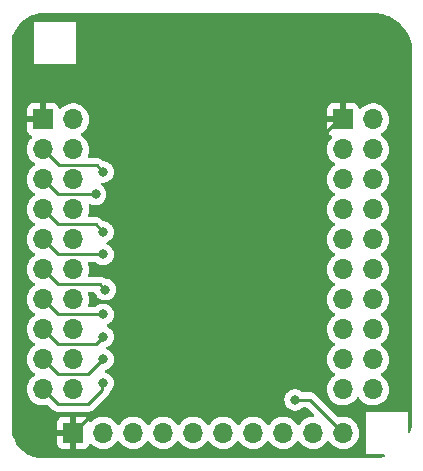
<source format=gbr>
%TF.GenerationSoftware,KiCad,Pcbnew,(6.0.7)*%
%TF.CreationDate,2022-11-10T23:08:22-08:00*%
%TF.ProjectId,memsbreakout_w50,6d656d73-6272-4656-916b-6f75745f7735,0*%
%TF.SameCoordinates,Original*%
%TF.FileFunction,Copper,L2,Bot*%
%TF.FilePolarity,Positive*%
%FSLAX46Y46*%
G04 Gerber Fmt 4.6, Leading zero omitted, Abs format (unit mm)*
G04 Created by KiCad (PCBNEW (6.0.7)) date 2022-11-10 23:08:22*
%MOMM*%
%LPD*%
G01*
G04 APERTURE LIST*
%TA.AperFunction,ComponentPad*%
%ADD10O,1.700000X1.700000*%
%TD*%
%TA.AperFunction,ComponentPad*%
%ADD11R,1.700000X1.700000*%
%TD*%
%TA.AperFunction,ViaPad*%
%ADD12C,0.800000*%
%TD*%
%TA.AperFunction,Conductor*%
%ADD13C,0.250000*%
%TD*%
G04 APERTURE END LIST*
D10*
%TO.P,J8,20,Pin_20*%
%TO.N,R20*%
X166370000Y-113416000D03*
%TO.P,J8,19,Pin_19*%
%TO.N,R19*%
X163830000Y-113416000D03*
%TO.P,J8,18,Pin_18*%
%TO.N,R18*%
X166370000Y-110876000D03*
%TO.P,J8,17,Pin_17*%
%TO.N,R17*%
X163830000Y-110876000D03*
%TO.P,J8,16,Pin_16*%
%TO.N,R16*%
X166370000Y-108336000D03*
%TO.P,J8,15,Pin_15*%
%TO.N,R15*%
X163830000Y-108336000D03*
%TO.P,J8,14,Pin_14*%
%TO.N,R14*%
X166370000Y-105796000D03*
%TO.P,J8,13,Pin_13*%
%TO.N,R13*%
X163830000Y-105796000D03*
%TO.P,J8,12,Pin_12*%
%TO.N,R12*%
X166370000Y-103256000D03*
%TO.P,J8,11,Pin_11*%
%TO.N,R11*%
X163830000Y-103256000D03*
%TO.P,J8,10,Pin_10*%
%TO.N,R10*%
X166370000Y-100716000D03*
%TO.P,J8,9,Pin_9*%
%TO.N,R9*%
X163830000Y-100716000D03*
%TO.P,J8,8,Pin_8*%
%TO.N,R8*%
X166370000Y-98176000D03*
%TO.P,J8,7,Pin_7*%
%TO.N,R7*%
X163830000Y-98176000D03*
%TO.P,J8,6,Pin_6*%
%TO.N,R6*%
X166370000Y-95636000D03*
%TO.P,J8,5,Pin_5*%
%TO.N,R5*%
X163830000Y-95636000D03*
%TO.P,J8,4,Pin_4*%
%TO.N,R4*%
X166370000Y-93096000D03*
%TO.P,J8,3,Pin_3*%
%TO.N,R3*%
X163830000Y-93096000D03*
%TO.P,J8,2,Pin_2*%
%TO.N,R2*%
X166370000Y-90556000D03*
D11*
%TO.P,J8,1,Pin_1*%
%TO.N,R1*%
X163830000Y-90556000D03*
%TD*%
%TO.P,J4,1,Pin_1*%
%TO.N,R1*%
X140975000Y-117094000D03*
D10*
%TO.P,J4,2,Pin_2*%
%TO.N,Net-(J3-Pad2)*%
X143515000Y-117094000D03*
%TO.P,J4,3,Pin_3*%
%TO.N,Net-(J3-Pad3)*%
X146055000Y-117094000D03*
%TO.P,J4,4,Pin_4*%
%TO.N,Net-(J3-Pad4)*%
X148595000Y-117094000D03*
%TO.P,J4,5,Pin_5*%
%TO.N,Net-(J3-Pad5)*%
X151135000Y-117094000D03*
%TO.P,J4,6,Pin_6*%
%TO.N,Net-(J3-Pad6)*%
X153675000Y-117094000D03*
%TO.P,J4,7,Pin_7*%
%TO.N,Net-(J3-Pad7)*%
X156215000Y-117094000D03*
%TO.P,J4,8,Pin_8*%
%TO.N,Net-(J3-Pad8)*%
X158755000Y-117094000D03*
%TO.P,J4,9,Pin_9*%
%TO.N,Net-(J3-Pad9)*%
X161295000Y-117094000D03*
%TO.P,J4,10,Pin_10*%
%TO.N,Net-(J3-Pad10)*%
X163835000Y-117094000D03*
%TD*%
D11*
%TO.P,J1,1,Pin_1*%
%TO.N,R1*%
X138425000Y-90556000D03*
D10*
%TO.P,J1,2,Pin_2*%
%TO.N,L2*%
X140965000Y-90556000D03*
%TO.P,J1,3,Pin_3*%
%TO.N,L3*%
X138425000Y-93096000D03*
%TO.P,J1,4,Pin_4*%
%TO.N,L4*%
X140965000Y-93096000D03*
%TO.P,J1,5,Pin_5*%
%TO.N,L5*%
X138425000Y-95636000D03*
%TO.P,J1,6,Pin_6*%
%TO.N,L6*%
X140965000Y-95636000D03*
%TO.P,J1,7,Pin_7*%
%TO.N,L7*%
X138425000Y-98176000D03*
%TO.P,J1,8,Pin_8*%
%TO.N,L8*%
X140965000Y-98176000D03*
%TO.P,J1,9,Pin_9*%
%TO.N,L9*%
X138425000Y-100716000D03*
%TO.P,J1,10,Pin_10*%
%TO.N,L10*%
X140965000Y-100716000D03*
%TO.P,J1,11,Pin_11*%
%TO.N,L11*%
X138425000Y-103256000D03*
%TO.P,J1,12,Pin_12*%
%TO.N,L12*%
X140965000Y-103256000D03*
%TO.P,J1,13,Pin_13*%
%TO.N,L13*%
X138425000Y-105796000D03*
%TO.P,J1,14,Pin_14*%
%TO.N,L14*%
X140965000Y-105796000D03*
%TO.P,J1,15,Pin_15*%
%TO.N,L15*%
X138425000Y-108336000D03*
%TO.P,J1,16,Pin_16*%
%TO.N,L16*%
X140965000Y-108336000D03*
%TO.P,J1,17,Pin_17*%
%TO.N,L17*%
X138425000Y-110876000D03*
%TO.P,J1,18,Pin_18*%
%TO.N,L18*%
X140965000Y-110876000D03*
%TO.P,J1,19,Pin_19*%
%TO.N,L19*%
X138425000Y-113416000D03*
%TO.P,J1,20,Pin_20*%
%TO.N,L20*%
X140965000Y-113416000D03*
%TD*%
D12*
%TO.N,Net-(J3-Pad10)*%
X159766000Y-114300000D03*
%TO.N,R1*%
X146812000Y-114046000D03*
X161290000Y-92710000D03*
%TO.N,L3*%
X143506051Y-94999949D03*
%TO.N,L5*%
X142871051Y-96904949D03*
%TO.N,L7*%
X143510000Y-100076000D03*
%TO.N,L9*%
X143510000Y-101981000D03*
%TO.N,L11*%
X143699799Y-104966201D03*
%TO.N,L13*%
X143510000Y-107061000D03*
%TO.N,L15*%
X143510000Y-108966000D03*
%TO.N,L17*%
X143510000Y-110880500D03*
%TO.N,L19*%
X143510000Y-112880500D03*
%TO.N,R1*%
X146812000Y-87376000D03*
X146685000Y-112776000D03*
X159385000Y-87376000D03*
%TD*%
D13*
%TO.N,Net-(J3-Pad10)*%
X161041000Y-114300000D02*
X163835000Y-117094000D01*
X159766000Y-114300000D02*
X161041000Y-114300000D01*
%TO.N,R1*%
X144023000Y-114046000D02*
X140975000Y-117094000D01*
X146812000Y-114046000D02*
X144023000Y-114046000D01*
X146812000Y-112903000D02*
X146685000Y-112776000D01*
X146812000Y-114046000D02*
X146812000Y-112903000D01*
X161290000Y-89281000D02*
X159385000Y-87376000D01*
X161290000Y-92710000D02*
X161290000Y-89281000D01*
X163444000Y-90556000D02*
X163830000Y-90556000D01*
X161290000Y-92710000D02*
X163444000Y-90556000D01*
%TO.N,L3*%
X139790000Y-94461000D02*
X138425000Y-93096000D01*
X143506051Y-94999949D02*
X142967102Y-94461000D01*
X142967102Y-94461000D02*
X139790000Y-94461000D01*
%TO.N,L5*%
X139693949Y-96904949D02*
X138425000Y-95636000D01*
X142871051Y-96904949D02*
X139693949Y-96904949D01*
%TO.N,L7*%
X139690000Y-99441000D02*
X138425000Y-98176000D01*
X142875000Y-99441000D02*
X139690000Y-99441000D01*
X143510000Y-100076000D02*
X142875000Y-99441000D01*
%TO.N,L9*%
X139690000Y-101981000D02*
X138425000Y-100716000D01*
X143510000Y-101981000D02*
X139690000Y-101981000D01*
%TO.N,L11*%
X143699799Y-104966201D02*
X143254598Y-104521000D01*
X139690000Y-104521000D02*
X138425000Y-103256000D01*
X143254598Y-104521000D02*
X139690000Y-104521000D01*
%TO.N,L13*%
X139690000Y-107061000D02*
X138425000Y-105796000D01*
X143510000Y-107061000D02*
X139690000Y-107061000D01*
%TO.N,L15*%
X142875000Y-109601000D02*
X139690000Y-109601000D01*
X143510000Y-108966000D02*
X142875000Y-109601000D01*
X139690000Y-109601000D02*
X138425000Y-108336000D01*
%TO.N,L17*%
X139690000Y-112141000D02*
X138425000Y-110876000D01*
X142249500Y-112141000D02*
X139690000Y-112141000D01*
X143510000Y-110880500D02*
X142249500Y-112141000D01*
%TO.N,L19*%
X143510000Y-112880500D02*
X143461201Y-112929299D01*
X139690000Y-114681000D02*
X138425000Y-113416000D01*
X142240000Y-114681000D02*
X139690000Y-114681000D01*
X143461201Y-112929299D02*
X143461201Y-113459799D01*
X143461201Y-113459799D02*
X142240000Y-114681000D01*
%TD*%
%TA.AperFunction,Conductor*%
%TO.N,R1*%
G36*
X166340037Y-81535998D02*
G01*
X166354907Y-81538312D01*
X166354908Y-81538312D01*
X166363777Y-81539692D01*
X166383027Y-81537173D01*
X166405613Y-81536263D01*
X166697221Y-81550718D01*
X166709661Y-81551955D01*
X167027439Y-81599589D01*
X167039695Y-81602054D01*
X167204535Y-81643803D01*
X167351172Y-81680942D01*
X167363123Y-81684609D01*
X167665252Y-81793977D01*
X167676780Y-81798809D01*
X167712383Y-81815857D01*
X167966591Y-81937585D01*
X167977584Y-81943537D01*
X168252217Y-82110349D01*
X168262567Y-82117361D01*
X168499956Y-82296000D01*
X168519304Y-82310560D01*
X168528908Y-82318563D01*
X168765243Y-82536261D01*
X168774007Y-82545177D01*
X168987606Y-82785225D01*
X168995442Y-82794964D01*
X169184199Y-83054996D01*
X169191026Y-83065456D01*
X169353088Y-83342921D01*
X169358850Y-83354016D01*
X169492615Y-83646170D01*
X169497249Y-83657781D01*
X169586698Y-83918835D01*
X169601399Y-83961741D01*
X169604859Y-83973752D01*
X169626178Y-84064456D01*
X169668158Y-84243070D01*
X169671500Y-84271899D01*
X169671500Y-116514376D01*
X169668079Y-116543538D01*
X169602360Y-116819778D01*
X169598782Y-116832027D01*
X169536001Y-117012438D01*
X169494721Y-117070201D01*
X169428766Y-117096476D01*
X169359075Y-117082923D01*
X169307775Y-117033843D01*
X169291000Y-116971027D01*
X169291000Y-115316000D01*
X165735000Y-115316000D01*
X165735000Y-118872000D01*
X167267171Y-118872000D01*
X167335292Y-118892002D01*
X167381785Y-118945658D01*
X167391889Y-119015932D01*
X167362395Y-119080512D01*
X167307294Y-119117441D01*
X167291146Y-119122866D01*
X167278846Y-119126997D01*
X167266571Y-119130439D01*
X166945702Y-119203117D01*
X166933134Y-119205302D01*
X166864904Y-119213628D01*
X166606573Y-119245151D01*
X166593845Y-119246054D01*
X166301710Y-119251930D01*
X166276000Y-119249805D01*
X166273790Y-119249391D01*
X166273782Y-119249391D01*
X166264962Y-119247740D01*
X166223513Y-119251877D01*
X166210999Y-119252500D01*
X138479367Y-119252500D01*
X138459982Y-119251000D01*
X138445149Y-119248690D01*
X138445145Y-119248690D01*
X138436276Y-119247309D01*
X138427374Y-119248473D01*
X138427372Y-119248473D01*
X138423064Y-119249037D01*
X138418280Y-119249662D01*
X138394883Y-119250528D01*
X138138508Y-119236131D01*
X138124476Y-119234550D01*
X137984047Y-119210689D01*
X137843624Y-119186830D01*
X137829849Y-119183686D01*
X137556109Y-119104823D01*
X137542772Y-119100156D01*
X137279582Y-118991139D01*
X137266852Y-118985008D01*
X137017532Y-118847214D01*
X137005568Y-118839697D01*
X136773238Y-118674851D01*
X136762190Y-118666041D01*
X136549776Y-118476215D01*
X136539785Y-118466224D01*
X136530588Y-118455933D01*
X136349958Y-118253808D01*
X136341149Y-118242762D01*
X136176303Y-118010432D01*
X136168786Y-117998468D01*
X136163370Y-117988669D01*
X139617001Y-117988669D01*
X139617371Y-117995490D01*
X139622895Y-118046352D01*
X139626521Y-118061604D01*
X139671676Y-118182054D01*
X139680214Y-118197649D01*
X139756715Y-118299724D01*
X139769276Y-118312285D01*
X139871351Y-118388786D01*
X139886946Y-118397324D01*
X140007394Y-118442478D01*
X140022649Y-118446105D01*
X140073514Y-118451631D01*
X140080328Y-118452000D01*
X140702885Y-118452000D01*
X140718124Y-118447525D01*
X140719329Y-118446135D01*
X140721000Y-118438452D01*
X140721000Y-118433884D01*
X141229000Y-118433884D01*
X141233475Y-118449123D01*
X141234865Y-118450328D01*
X141242548Y-118451999D01*
X141869669Y-118451999D01*
X141876490Y-118451629D01*
X141927352Y-118446105D01*
X141942604Y-118442479D01*
X142063054Y-118397324D01*
X142078649Y-118388786D01*
X142180724Y-118312285D01*
X142193285Y-118299724D01*
X142269786Y-118197649D01*
X142278324Y-118182054D01*
X142319225Y-118072952D01*
X142361867Y-118016188D01*
X142428428Y-117991488D01*
X142497777Y-118006696D01*
X142532444Y-118034684D01*
X142557865Y-118064031D01*
X142557869Y-118064035D01*
X142561250Y-118067938D01*
X142733126Y-118210632D01*
X142926000Y-118323338D01*
X143134692Y-118403030D01*
X143139760Y-118404061D01*
X143139763Y-118404062D01*
X143247017Y-118425883D01*
X143353597Y-118447567D01*
X143358772Y-118447757D01*
X143358774Y-118447757D01*
X143571673Y-118455564D01*
X143571677Y-118455564D01*
X143576837Y-118455753D01*
X143581957Y-118455097D01*
X143581959Y-118455097D01*
X143793288Y-118428025D01*
X143793289Y-118428025D01*
X143798416Y-118427368D01*
X143803366Y-118425883D01*
X144007429Y-118364661D01*
X144007434Y-118364659D01*
X144012384Y-118363174D01*
X144212994Y-118264896D01*
X144394860Y-118135173D01*
X144553096Y-117977489D01*
X144683453Y-117796077D01*
X144684776Y-117797028D01*
X144731645Y-117753857D01*
X144801580Y-117741625D01*
X144867026Y-117769144D01*
X144894875Y-117800994D01*
X144954987Y-117899088D01*
X145101250Y-118067938D01*
X145273126Y-118210632D01*
X145466000Y-118323338D01*
X145674692Y-118403030D01*
X145679760Y-118404061D01*
X145679763Y-118404062D01*
X145787017Y-118425883D01*
X145893597Y-118447567D01*
X145898772Y-118447757D01*
X145898774Y-118447757D01*
X146111673Y-118455564D01*
X146111677Y-118455564D01*
X146116837Y-118455753D01*
X146121957Y-118455097D01*
X146121959Y-118455097D01*
X146333288Y-118428025D01*
X146333289Y-118428025D01*
X146338416Y-118427368D01*
X146343366Y-118425883D01*
X146547429Y-118364661D01*
X146547434Y-118364659D01*
X146552384Y-118363174D01*
X146752994Y-118264896D01*
X146934860Y-118135173D01*
X147093096Y-117977489D01*
X147223453Y-117796077D01*
X147224776Y-117797028D01*
X147271645Y-117753857D01*
X147341580Y-117741625D01*
X147407026Y-117769144D01*
X147434875Y-117800994D01*
X147494987Y-117899088D01*
X147641250Y-118067938D01*
X147813126Y-118210632D01*
X148006000Y-118323338D01*
X148214692Y-118403030D01*
X148219760Y-118404061D01*
X148219763Y-118404062D01*
X148327017Y-118425883D01*
X148433597Y-118447567D01*
X148438772Y-118447757D01*
X148438774Y-118447757D01*
X148651673Y-118455564D01*
X148651677Y-118455564D01*
X148656837Y-118455753D01*
X148661957Y-118455097D01*
X148661959Y-118455097D01*
X148873288Y-118428025D01*
X148873289Y-118428025D01*
X148878416Y-118427368D01*
X148883366Y-118425883D01*
X149087429Y-118364661D01*
X149087434Y-118364659D01*
X149092384Y-118363174D01*
X149292994Y-118264896D01*
X149474860Y-118135173D01*
X149633096Y-117977489D01*
X149763453Y-117796077D01*
X149764776Y-117797028D01*
X149811645Y-117753857D01*
X149881580Y-117741625D01*
X149947026Y-117769144D01*
X149974875Y-117800994D01*
X150034987Y-117899088D01*
X150181250Y-118067938D01*
X150353126Y-118210632D01*
X150546000Y-118323338D01*
X150754692Y-118403030D01*
X150759760Y-118404061D01*
X150759763Y-118404062D01*
X150867017Y-118425883D01*
X150973597Y-118447567D01*
X150978772Y-118447757D01*
X150978774Y-118447757D01*
X151191673Y-118455564D01*
X151191677Y-118455564D01*
X151196837Y-118455753D01*
X151201957Y-118455097D01*
X151201959Y-118455097D01*
X151413288Y-118428025D01*
X151413289Y-118428025D01*
X151418416Y-118427368D01*
X151423366Y-118425883D01*
X151627429Y-118364661D01*
X151627434Y-118364659D01*
X151632384Y-118363174D01*
X151832994Y-118264896D01*
X152014860Y-118135173D01*
X152173096Y-117977489D01*
X152303453Y-117796077D01*
X152304776Y-117797028D01*
X152351645Y-117753857D01*
X152421580Y-117741625D01*
X152487026Y-117769144D01*
X152514875Y-117800994D01*
X152574987Y-117899088D01*
X152721250Y-118067938D01*
X152893126Y-118210632D01*
X153086000Y-118323338D01*
X153294692Y-118403030D01*
X153299760Y-118404061D01*
X153299763Y-118404062D01*
X153407017Y-118425883D01*
X153513597Y-118447567D01*
X153518772Y-118447757D01*
X153518774Y-118447757D01*
X153731673Y-118455564D01*
X153731677Y-118455564D01*
X153736837Y-118455753D01*
X153741957Y-118455097D01*
X153741959Y-118455097D01*
X153953288Y-118428025D01*
X153953289Y-118428025D01*
X153958416Y-118427368D01*
X153963366Y-118425883D01*
X154167429Y-118364661D01*
X154167434Y-118364659D01*
X154172384Y-118363174D01*
X154372994Y-118264896D01*
X154554860Y-118135173D01*
X154713096Y-117977489D01*
X154843453Y-117796077D01*
X154844776Y-117797028D01*
X154891645Y-117753857D01*
X154961580Y-117741625D01*
X155027026Y-117769144D01*
X155054875Y-117800994D01*
X155114987Y-117899088D01*
X155261250Y-118067938D01*
X155433126Y-118210632D01*
X155626000Y-118323338D01*
X155834692Y-118403030D01*
X155839760Y-118404061D01*
X155839763Y-118404062D01*
X155947017Y-118425883D01*
X156053597Y-118447567D01*
X156058772Y-118447757D01*
X156058774Y-118447757D01*
X156271673Y-118455564D01*
X156271677Y-118455564D01*
X156276837Y-118455753D01*
X156281957Y-118455097D01*
X156281959Y-118455097D01*
X156493288Y-118428025D01*
X156493289Y-118428025D01*
X156498416Y-118427368D01*
X156503366Y-118425883D01*
X156707429Y-118364661D01*
X156707434Y-118364659D01*
X156712384Y-118363174D01*
X156912994Y-118264896D01*
X157094860Y-118135173D01*
X157253096Y-117977489D01*
X157383453Y-117796077D01*
X157384776Y-117797028D01*
X157431645Y-117753857D01*
X157501580Y-117741625D01*
X157567026Y-117769144D01*
X157594875Y-117800994D01*
X157654987Y-117899088D01*
X157801250Y-118067938D01*
X157973126Y-118210632D01*
X158166000Y-118323338D01*
X158374692Y-118403030D01*
X158379760Y-118404061D01*
X158379763Y-118404062D01*
X158487017Y-118425883D01*
X158593597Y-118447567D01*
X158598772Y-118447757D01*
X158598774Y-118447757D01*
X158811673Y-118455564D01*
X158811677Y-118455564D01*
X158816837Y-118455753D01*
X158821957Y-118455097D01*
X158821959Y-118455097D01*
X159033288Y-118428025D01*
X159033289Y-118428025D01*
X159038416Y-118427368D01*
X159043366Y-118425883D01*
X159247429Y-118364661D01*
X159247434Y-118364659D01*
X159252384Y-118363174D01*
X159452994Y-118264896D01*
X159634860Y-118135173D01*
X159793096Y-117977489D01*
X159923453Y-117796077D01*
X159924776Y-117797028D01*
X159971645Y-117753857D01*
X160041580Y-117741625D01*
X160107026Y-117769144D01*
X160134875Y-117800994D01*
X160194987Y-117899088D01*
X160341250Y-118067938D01*
X160513126Y-118210632D01*
X160706000Y-118323338D01*
X160914692Y-118403030D01*
X160919760Y-118404061D01*
X160919763Y-118404062D01*
X161027017Y-118425883D01*
X161133597Y-118447567D01*
X161138772Y-118447757D01*
X161138774Y-118447757D01*
X161351673Y-118455564D01*
X161351677Y-118455564D01*
X161356837Y-118455753D01*
X161361957Y-118455097D01*
X161361959Y-118455097D01*
X161573288Y-118428025D01*
X161573289Y-118428025D01*
X161578416Y-118427368D01*
X161583366Y-118425883D01*
X161787429Y-118364661D01*
X161787434Y-118364659D01*
X161792384Y-118363174D01*
X161992994Y-118264896D01*
X162174860Y-118135173D01*
X162333096Y-117977489D01*
X162463453Y-117796077D01*
X162464776Y-117797028D01*
X162511645Y-117753857D01*
X162581580Y-117741625D01*
X162647026Y-117769144D01*
X162674875Y-117800994D01*
X162734987Y-117899088D01*
X162881250Y-118067938D01*
X163053126Y-118210632D01*
X163246000Y-118323338D01*
X163454692Y-118403030D01*
X163459760Y-118404061D01*
X163459763Y-118404062D01*
X163567017Y-118425883D01*
X163673597Y-118447567D01*
X163678772Y-118447757D01*
X163678774Y-118447757D01*
X163891673Y-118455564D01*
X163891677Y-118455564D01*
X163896837Y-118455753D01*
X163901957Y-118455097D01*
X163901959Y-118455097D01*
X164113288Y-118428025D01*
X164113289Y-118428025D01*
X164118416Y-118427368D01*
X164123366Y-118425883D01*
X164327429Y-118364661D01*
X164327434Y-118364659D01*
X164332384Y-118363174D01*
X164532994Y-118264896D01*
X164714860Y-118135173D01*
X164873096Y-117977489D01*
X165003453Y-117796077D01*
X165007794Y-117787295D01*
X165100136Y-117600453D01*
X165100137Y-117600451D01*
X165102430Y-117595811D01*
X165144136Y-117458541D01*
X165165865Y-117387023D01*
X165165865Y-117387021D01*
X165167370Y-117382069D01*
X165196529Y-117160590D01*
X165198156Y-117094000D01*
X165179852Y-116871361D01*
X165125431Y-116654702D01*
X165036354Y-116449840D01*
X164915014Y-116262277D01*
X164764670Y-116097051D01*
X164760619Y-116093852D01*
X164760615Y-116093848D01*
X164593414Y-115961800D01*
X164593410Y-115961798D01*
X164589359Y-115958598D01*
X164393789Y-115850638D01*
X164388920Y-115848914D01*
X164388916Y-115848912D01*
X164188087Y-115777795D01*
X164188083Y-115777794D01*
X164183212Y-115776069D01*
X164178119Y-115775162D01*
X164178116Y-115775161D01*
X163968373Y-115737800D01*
X163968367Y-115737799D01*
X163963284Y-115736894D01*
X163889452Y-115735992D01*
X163745081Y-115734228D01*
X163745079Y-115734228D01*
X163739911Y-115734165D01*
X163519091Y-115767955D01*
X163506532Y-115772060D01*
X163435568Y-115774210D01*
X163378294Y-115741389D01*
X161544652Y-113907747D01*
X161537112Y-113899461D01*
X161533000Y-113892982D01*
X161521703Y-113882373D01*
X161483349Y-113846357D01*
X161480507Y-113843602D01*
X161460770Y-113823865D01*
X161457573Y-113821385D01*
X161448551Y-113813680D01*
X161422100Y-113788841D01*
X161416321Y-113783414D01*
X161409375Y-113779595D01*
X161409372Y-113779593D01*
X161398566Y-113773652D01*
X161382047Y-113762801D01*
X161376048Y-113758148D01*
X161366041Y-113750386D01*
X161358772Y-113747241D01*
X161358768Y-113747238D01*
X161325463Y-113732826D01*
X161314813Y-113727609D01*
X161276060Y-113706305D01*
X161267352Y-113704069D01*
X161256438Y-113701267D01*
X161237734Y-113694863D01*
X161226420Y-113689967D01*
X161226419Y-113689967D01*
X161219145Y-113686819D01*
X161211322Y-113685580D01*
X161211312Y-113685577D01*
X161175476Y-113679901D01*
X161163856Y-113677495D01*
X161128711Y-113668472D01*
X161128710Y-113668472D01*
X161121030Y-113666500D01*
X161100776Y-113666500D01*
X161081065Y-113664949D01*
X161068886Y-113663020D01*
X161061057Y-113661780D01*
X161053165Y-113662526D01*
X161017039Y-113665941D01*
X161005181Y-113666500D01*
X160474200Y-113666500D01*
X160406079Y-113646498D01*
X160386853Y-113630157D01*
X160386580Y-113630460D01*
X160381668Y-113626037D01*
X160377253Y-113621134D01*
X160348918Y-113600547D01*
X160228094Y-113512763D01*
X160228093Y-113512762D01*
X160222752Y-113508882D01*
X160216724Y-113506198D01*
X160216722Y-113506197D01*
X160054319Y-113433891D01*
X160054318Y-113433891D01*
X160048288Y-113431206D01*
X159954887Y-113411353D01*
X159867944Y-113392872D01*
X159867939Y-113392872D01*
X159861487Y-113391500D01*
X159670513Y-113391500D01*
X159664061Y-113392872D01*
X159664056Y-113392872D01*
X159577113Y-113411353D01*
X159483712Y-113431206D01*
X159477682Y-113433891D01*
X159477681Y-113433891D01*
X159315278Y-113506197D01*
X159315276Y-113506198D01*
X159309248Y-113508882D01*
X159154747Y-113621134D01*
X159150326Y-113626044D01*
X159150325Y-113626045D01*
X159041203Y-113747238D01*
X159026960Y-113763056D01*
X159014383Y-113784840D01*
X158945771Y-113903680D01*
X158931473Y-113928444D01*
X158872458Y-114110072D01*
X158871768Y-114116633D01*
X158871768Y-114116635D01*
X158871175Y-114122277D01*
X158852496Y-114300000D01*
X158872458Y-114489928D01*
X158931473Y-114671556D01*
X158934776Y-114677278D01*
X158934777Y-114677279D01*
X158939335Y-114685174D01*
X159026960Y-114836944D01*
X159154747Y-114978866D01*
X159309248Y-115091118D01*
X159315276Y-115093802D01*
X159315278Y-115093803D01*
X159473409Y-115164207D01*
X159483712Y-115168794D01*
X159562505Y-115185542D01*
X159664056Y-115207128D01*
X159664061Y-115207128D01*
X159670513Y-115208500D01*
X159861487Y-115208500D01*
X159867939Y-115207128D01*
X159867944Y-115207128D01*
X159969495Y-115185542D01*
X160048288Y-115168794D01*
X160058591Y-115164207D01*
X160216722Y-115093803D01*
X160216724Y-115093802D01*
X160222752Y-115091118D01*
X160377253Y-114978866D01*
X160381668Y-114973963D01*
X160386580Y-114969540D01*
X160387705Y-114970789D01*
X160441014Y-114937949D01*
X160474200Y-114933500D01*
X160726406Y-114933500D01*
X160794527Y-114953502D01*
X160815501Y-114970405D01*
X161365086Y-115519990D01*
X161399112Y-115582302D01*
X161394047Y-115653117D01*
X161351500Y-115709953D01*
X161284980Y-115734764D01*
X161274459Y-115735076D01*
X161226962Y-115734495D01*
X161205080Y-115734228D01*
X161205078Y-115734228D01*
X161199911Y-115734165D01*
X160979091Y-115767955D01*
X160766756Y-115837357D01*
X160568607Y-115940507D01*
X160564474Y-115943610D01*
X160564471Y-115943612D01*
X160481450Y-116005946D01*
X160389965Y-116074635D01*
X160235629Y-116236138D01*
X160128201Y-116393621D01*
X160073293Y-116438621D01*
X160002768Y-116446792D01*
X159939021Y-116415538D01*
X159918324Y-116391054D01*
X159837822Y-116266617D01*
X159837820Y-116266614D01*
X159835014Y-116262277D01*
X159684670Y-116097051D01*
X159680619Y-116093852D01*
X159680615Y-116093848D01*
X159513414Y-115961800D01*
X159513410Y-115961798D01*
X159509359Y-115958598D01*
X159313789Y-115850638D01*
X159308920Y-115848914D01*
X159308916Y-115848912D01*
X159108087Y-115777795D01*
X159108083Y-115777794D01*
X159103212Y-115776069D01*
X159098119Y-115775162D01*
X159098116Y-115775161D01*
X158888373Y-115737800D01*
X158888367Y-115737799D01*
X158883284Y-115736894D01*
X158809452Y-115735992D01*
X158665081Y-115734228D01*
X158665079Y-115734228D01*
X158659911Y-115734165D01*
X158439091Y-115767955D01*
X158226756Y-115837357D01*
X158028607Y-115940507D01*
X158024474Y-115943610D01*
X158024471Y-115943612D01*
X157941450Y-116005946D01*
X157849965Y-116074635D01*
X157695629Y-116236138D01*
X157588201Y-116393621D01*
X157533293Y-116438621D01*
X157462768Y-116446792D01*
X157399021Y-116415538D01*
X157378324Y-116391054D01*
X157297822Y-116266617D01*
X157297820Y-116266614D01*
X157295014Y-116262277D01*
X157144670Y-116097051D01*
X157140619Y-116093852D01*
X157140615Y-116093848D01*
X156973414Y-115961800D01*
X156973410Y-115961798D01*
X156969359Y-115958598D01*
X156773789Y-115850638D01*
X156768920Y-115848914D01*
X156768916Y-115848912D01*
X156568087Y-115777795D01*
X156568083Y-115777794D01*
X156563212Y-115776069D01*
X156558119Y-115775162D01*
X156558116Y-115775161D01*
X156348373Y-115737800D01*
X156348367Y-115737799D01*
X156343284Y-115736894D01*
X156269452Y-115735992D01*
X156125081Y-115734228D01*
X156125079Y-115734228D01*
X156119911Y-115734165D01*
X155899091Y-115767955D01*
X155686756Y-115837357D01*
X155488607Y-115940507D01*
X155484474Y-115943610D01*
X155484471Y-115943612D01*
X155401450Y-116005946D01*
X155309965Y-116074635D01*
X155155629Y-116236138D01*
X155048201Y-116393621D01*
X154993293Y-116438621D01*
X154922768Y-116446792D01*
X154859021Y-116415538D01*
X154838324Y-116391054D01*
X154757822Y-116266617D01*
X154757820Y-116266614D01*
X154755014Y-116262277D01*
X154604670Y-116097051D01*
X154600619Y-116093852D01*
X154600615Y-116093848D01*
X154433414Y-115961800D01*
X154433410Y-115961798D01*
X154429359Y-115958598D01*
X154233789Y-115850638D01*
X154228920Y-115848914D01*
X154228916Y-115848912D01*
X154028087Y-115777795D01*
X154028083Y-115777794D01*
X154023212Y-115776069D01*
X154018119Y-115775162D01*
X154018116Y-115775161D01*
X153808373Y-115737800D01*
X153808367Y-115737799D01*
X153803284Y-115736894D01*
X153729452Y-115735992D01*
X153585081Y-115734228D01*
X153585079Y-115734228D01*
X153579911Y-115734165D01*
X153359091Y-115767955D01*
X153146756Y-115837357D01*
X152948607Y-115940507D01*
X152944474Y-115943610D01*
X152944471Y-115943612D01*
X152861450Y-116005946D01*
X152769965Y-116074635D01*
X152615629Y-116236138D01*
X152508201Y-116393621D01*
X152453293Y-116438621D01*
X152382768Y-116446792D01*
X152319021Y-116415538D01*
X152298324Y-116391054D01*
X152217822Y-116266617D01*
X152217820Y-116266614D01*
X152215014Y-116262277D01*
X152064670Y-116097051D01*
X152060619Y-116093852D01*
X152060615Y-116093848D01*
X151893414Y-115961800D01*
X151893410Y-115961798D01*
X151889359Y-115958598D01*
X151693789Y-115850638D01*
X151688920Y-115848914D01*
X151688916Y-115848912D01*
X151488087Y-115777795D01*
X151488083Y-115777794D01*
X151483212Y-115776069D01*
X151478119Y-115775162D01*
X151478116Y-115775161D01*
X151268373Y-115737800D01*
X151268367Y-115737799D01*
X151263284Y-115736894D01*
X151189452Y-115735992D01*
X151045081Y-115734228D01*
X151045079Y-115734228D01*
X151039911Y-115734165D01*
X150819091Y-115767955D01*
X150606756Y-115837357D01*
X150408607Y-115940507D01*
X150404474Y-115943610D01*
X150404471Y-115943612D01*
X150321450Y-116005946D01*
X150229965Y-116074635D01*
X150075629Y-116236138D01*
X149968201Y-116393621D01*
X149913293Y-116438621D01*
X149842768Y-116446792D01*
X149779021Y-116415538D01*
X149758324Y-116391054D01*
X149677822Y-116266617D01*
X149677820Y-116266614D01*
X149675014Y-116262277D01*
X149524670Y-116097051D01*
X149520619Y-116093852D01*
X149520615Y-116093848D01*
X149353414Y-115961800D01*
X149353410Y-115961798D01*
X149349359Y-115958598D01*
X149153789Y-115850638D01*
X149148920Y-115848914D01*
X149148916Y-115848912D01*
X148948087Y-115777795D01*
X148948083Y-115777794D01*
X148943212Y-115776069D01*
X148938119Y-115775162D01*
X148938116Y-115775161D01*
X148728373Y-115737800D01*
X148728367Y-115737799D01*
X148723284Y-115736894D01*
X148649452Y-115735992D01*
X148505081Y-115734228D01*
X148505079Y-115734228D01*
X148499911Y-115734165D01*
X148279091Y-115767955D01*
X148066756Y-115837357D01*
X147868607Y-115940507D01*
X147864474Y-115943610D01*
X147864471Y-115943612D01*
X147781450Y-116005946D01*
X147689965Y-116074635D01*
X147535629Y-116236138D01*
X147428201Y-116393621D01*
X147373293Y-116438621D01*
X147302768Y-116446792D01*
X147239021Y-116415538D01*
X147218324Y-116391054D01*
X147137822Y-116266617D01*
X147137820Y-116266614D01*
X147135014Y-116262277D01*
X146984670Y-116097051D01*
X146980619Y-116093852D01*
X146980615Y-116093848D01*
X146813414Y-115961800D01*
X146813410Y-115961798D01*
X146809359Y-115958598D01*
X146613789Y-115850638D01*
X146608920Y-115848914D01*
X146608916Y-115848912D01*
X146408087Y-115777795D01*
X146408083Y-115777794D01*
X146403212Y-115776069D01*
X146398119Y-115775162D01*
X146398116Y-115775161D01*
X146188373Y-115737800D01*
X146188367Y-115737799D01*
X146183284Y-115736894D01*
X146109452Y-115735992D01*
X145965081Y-115734228D01*
X145965079Y-115734228D01*
X145959911Y-115734165D01*
X145739091Y-115767955D01*
X145526756Y-115837357D01*
X145328607Y-115940507D01*
X145324474Y-115943610D01*
X145324471Y-115943612D01*
X145241450Y-116005946D01*
X145149965Y-116074635D01*
X144995629Y-116236138D01*
X144888201Y-116393621D01*
X144833293Y-116438621D01*
X144762768Y-116446792D01*
X144699021Y-116415538D01*
X144678324Y-116391054D01*
X144597822Y-116266617D01*
X144597820Y-116266614D01*
X144595014Y-116262277D01*
X144444670Y-116097051D01*
X144440619Y-116093852D01*
X144440615Y-116093848D01*
X144273414Y-115961800D01*
X144273410Y-115961798D01*
X144269359Y-115958598D01*
X144073789Y-115850638D01*
X144068920Y-115848914D01*
X144068916Y-115848912D01*
X143868087Y-115777795D01*
X143868083Y-115777794D01*
X143863212Y-115776069D01*
X143858119Y-115775162D01*
X143858116Y-115775161D01*
X143648373Y-115737800D01*
X143648367Y-115737799D01*
X143643284Y-115736894D01*
X143569452Y-115735992D01*
X143425081Y-115734228D01*
X143425079Y-115734228D01*
X143419911Y-115734165D01*
X143199091Y-115767955D01*
X142986756Y-115837357D01*
X142788607Y-115940507D01*
X142784474Y-115943610D01*
X142784471Y-115943612D01*
X142701450Y-116005946D01*
X142609965Y-116074635D01*
X142606393Y-116078373D01*
X142528898Y-116159466D01*
X142467374Y-116194895D01*
X142396462Y-116191438D01*
X142338676Y-116150192D01*
X142319823Y-116116644D01*
X142278324Y-116005946D01*
X142269786Y-115990351D01*
X142193285Y-115888276D01*
X142180724Y-115875715D01*
X142078649Y-115799214D01*
X142063054Y-115790676D01*
X141942606Y-115745522D01*
X141927351Y-115741895D01*
X141876486Y-115736369D01*
X141869672Y-115736000D01*
X141247115Y-115736000D01*
X141231876Y-115740475D01*
X141230671Y-115741865D01*
X141229000Y-115749548D01*
X141229000Y-118433884D01*
X140721000Y-118433884D01*
X140721000Y-117366115D01*
X140716525Y-117350876D01*
X140715135Y-117349671D01*
X140707452Y-117348000D01*
X139635116Y-117348000D01*
X139619877Y-117352475D01*
X139618672Y-117353865D01*
X139617001Y-117361548D01*
X139617001Y-117988669D01*
X136163370Y-117988669D01*
X136030992Y-117749148D01*
X136024861Y-117736418D01*
X135915844Y-117473228D01*
X135911177Y-117459891D01*
X135832314Y-117186151D01*
X135829170Y-117172376D01*
X135781451Y-116891529D01*
X135779869Y-116877488D01*
X135777603Y-116837124D01*
X135776747Y-116821885D01*
X139617000Y-116821885D01*
X139621475Y-116837124D01*
X139622865Y-116838329D01*
X139630548Y-116840000D01*
X140702885Y-116840000D01*
X140718124Y-116835525D01*
X140719329Y-116834135D01*
X140721000Y-116826452D01*
X140721000Y-115754116D01*
X140716525Y-115738877D01*
X140715135Y-115737672D01*
X140707452Y-115736001D01*
X140080331Y-115736001D01*
X140073510Y-115736371D01*
X140022648Y-115741895D01*
X140007396Y-115745521D01*
X139886946Y-115790676D01*
X139871351Y-115799214D01*
X139769276Y-115875715D01*
X139756715Y-115888276D01*
X139680214Y-115990351D01*
X139671676Y-116005946D01*
X139626522Y-116126394D01*
X139622895Y-116141649D01*
X139617369Y-116192514D01*
X139617000Y-116199328D01*
X139617000Y-116821885D01*
X135776747Y-116821885D01*
X135766089Y-116632100D01*
X135767411Y-116608208D01*
X135767334Y-116608201D01*
X135767537Y-116605937D01*
X135767637Y-116604131D01*
X135767770Y-116603342D01*
X135768576Y-116598552D01*
X135768729Y-116586000D01*
X135764773Y-116558376D01*
X135763500Y-116540514D01*
X135763500Y-113382695D01*
X137062251Y-113382695D01*
X137062548Y-113387848D01*
X137062548Y-113387851D01*
X137072438Y-113559366D01*
X137075110Y-113605715D01*
X137076247Y-113610761D01*
X137076248Y-113610767D01*
X137091829Y-113679901D01*
X137124222Y-113823639D01*
X137208266Y-114030616D01*
X137253109Y-114103794D01*
X137322291Y-114216688D01*
X137324987Y-114221088D01*
X137471250Y-114389938D01*
X137643126Y-114532632D01*
X137836000Y-114645338D01*
X138044692Y-114725030D01*
X138049760Y-114726061D01*
X138049763Y-114726062D01*
X138157012Y-114747882D01*
X138263597Y-114769567D01*
X138268772Y-114769757D01*
X138268774Y-114769757D01*
X138481673Y-114777564D01*
X138481677Y-114777564D01*
X138486837Y-114777753D01*
X138491957Y-114777097D01*
X138491959Y-114777097D01*
X138703288Y-114750025D01*
X138703289Y-114750025D01*
X138708416Y-114749368D01*
X138713367Y-114747883D01*
X138713370Y-114747882D01*
X138754829Y-114735444D01*
X138825825Y-114735028D01*
X138880131Y-114767035D01*
X139186343Y-115073247D01*
X139193887Y-115081537D01*
X139198000Y-115088018D01*
X139203777Y-115093443D01*
X139247667Y-115134658D01*
X139250509Y-115137413D01*
X139270230Y-115157134D01*
X139273425Y-115159612D01*
X139282447Y-115167318D01*
X139314679Y-115197586D01*
X139321628Y-115201406D01*
X139332432Y-115207346D01*
X139348956Y-115218199D01*
X139364959Y-115230613D01*
X139405543Y-115248176D01*
X139416173Y-115253383D01*
X139454940Y-115274695D01*
X139462617Y-115276666D01*
X139462622Y-115276668D01*
X139474558Y-115279732D01*
X139493266Y-115286137D01*
X139511855Y-115294181D01*
X139519683Y-115295421D01*
X139519690Y-115295423D01*
X139555524Y-115301099D01*
X139567144Y-115303505D01*
X139598959Y-115311673D01*
X139609970Y-115314500D01*
X139630224Y-115314500D01*
X139649934Y-115316051D01*
X139669943Y-115319220D01*
X139677835Y-115318474D01*
X139696580Y-115316702D01*
X139713962Y-115315059D01*
X139725819Y-115314500D01*
X142161233Y-115314500D01*
X142172416Y-115315027D01*
X142179909Y-115316702D01*
X142187835Y-115316453D01*
X142187836Y-115316453D01*
X142247986Y-115314562D01*
X142251945Y-115314500D01*
X142279856Y-115314500D01*
X142283791Y-115314003D01*
X142283856Y-115313995D01*
X142295693Y-115313062D01*
X142327951Y-115312048D01*
X142331970Y-115311922D01*
X142339889Y-115311673D01*
X142359343Y-115306021D01*
X142378700Y-115302013D01*
X142390930Y-115300468D01*
X142390931Y-115300468D01*
X142398797Y-115299474D01*
X142406168Y-115296555D01*
X142406170Y-115296555D01*
X142439912Y-115283196D01*
X142451142Y-115279351D01*
X142485983Y-115269229D01*
X142485984Y-115269229D01*
X142493593Y-115267018D01*
X142500412Y-115262985D01*
X142500417Y-115262983D01*
X142511028Y-115256707D01*
X142528776Y-115248012D01*
X142547617Y-115240552D01*
X142567987Y-115225753D01*
X142583387Y-115214564D01*
X142593307Y-115208048D01*
X142624535Y-115189580D01*
X142624538Y-115189578D01*
X142631362Y-115185542D01*
X142645683Y-115171221D01*
X142660717Y-115158380D01*
X142662432Y-115157134D01*
X142677107Y-115146472D01*
X142705298Y-115112395D01*
X142713288Y-115103616D01*
X143853454Y-113963451D01*
X143861740Y-113955911D01*
X143868219Y-113951799D01*
X143914845Y-113902147D01*
X143917599Y-113899306D01*
X143937336Y-113879569D01*
X143939816Y-113876372D01*
X143947521Y-113867350D01*
X143972360Y-113840899D01*
X143977787Y-113835120D01*
X143981606Y-113828174D01*
X143981608Y-113828171D01*
X143987549Y-113817365D01*
X143998400Y-113800846D01*
X144005959Y-113791100D01*
X144010815Y-113784840D01*
X144013960Y-113777571D01*
X144013963Y-113777567D01*
X144028375Y-113744262D01*
X144033592Y-113733612D01*
X144054896Y-113694859D01*
X144059934Y-113675236D01*
X144066338Y-113656533D01*
X144071234Y-113645220D01*
X144071235Y-113645216D01*
X144074382Y-113637944D01*
X144075622Y-113630118D01*
X144077646Y-113623150D01*
X144114328Y-113564673D01*
X144115913Y-113563246D01*
X144121253Y-113559366D01*
X144249040Y-113417444D01*
X144269102Y-113382695D01*
X162467251Y-113382695D01*
X162467548Y-113387848D01*
X162467548Y-113387851D01*
X162477438Y-113559366D01*
X162480110Y-113605715D01*
X162481247Y-113610761D01*
X162481248Y-113610767D01*
X162496829Y-113679901D01*
X162529222Y-113823639D01*
X162613266Y-114030616D01*
X162658109Y-114103794D01*
X162727291Y-114216688D01*
X162729987Y-114221088D01*
X162876250Y-114389938D01*
X163048126Y-114532632D01*
X163241000Y-114645338D01*
X163449692Y-114725030D01*
X163454760Y-114726061D01*
X163454763Y-114726062D01*
X163562012Y-114747882D01*
X163668597Y-114769567D01*
X163673772Y-114769757D01*
X163673774Y-114769757D01*
X163886673Y-114777564D01*
X163886677Y-114777564D01*
X163891837Y-114777753D01*
X163896957Y-114777097D01*
X163896959Y-114777097D01*
X164108288Y-114750025D01*
X164108289Y-114750025D01*
X164113416Y-114749368D01*
X164159827Y-114735444D01*
X164322429Y-114686661D01*
X164322434Y-114686659D01*
X164327384Y-114685174D01*
X164527994Y-114586896D01*
X164709860Y-114457173D01*
X164868096Y-114299489D01*
X164927594Y-114216689D01*
X164998453Y-114118077D01*
X164999776Y-114119028D01*
X165046645Y-114075857D01*
X165116580Y-114063625D01*
X165182026Y-114091144D01*
X165209875Y-114122994D01*
X165269987Y-114221088D01*
X165416250Y-114389938D01*
X165588126Y-114532632D01*
X165781000Y-114645338D01*
X165989692Y-114725030D01*
X165994760Y-114726061D01*
X165994763Y-114726062D01*
X166102012Y-114747882D01*
X166208597Y-114769567D01*
X166213772Y-114769757D01*
X166213774Y-114769757D01*
X166426673Y-114777564D01*
X166426677Y-114777564D01*
X166431837Y-114777753D01*
X166436957Y-114777097D01*
X166436959Y-114777097D01*
X166648288Y-114750025D01*
X166648289Y-114750025D01*
X166653416Y-114749368D01*
X166699827Y-114735444D01*
X166862429Y-114686661D01*
X166862434Y-114686659D01*
X166867384Y-114685174D01*
X167067994Y-114586896D01*
X167249860Y-114457173D01*
X167408096Y-114299489D01*
X167467594Y-114216689D01*
X167535435Y-114122277D01*
X167538453Y-114118077D01*
X167542410Y-114110072D01*
X167635136Y-113922453D01*
X167635137Y-113922451D01*
X167637430Y-113917811D01*
X167684526Y-113762801D01*
X167700865Y-113709023D01*
X167700865Y-113709021D01*
X167702370Y-113704069D01*
X167731529Y-113482590D01*
X167732719Y-113433891D01*
X167733074Y-113419365D01*
X167733074Y-113419361D01*
X167733156Y-113416000D01*
X167714852Y-113193361D01*
X167660431Y-112976702D01*
X167571354Y-112771840D01*
X167450014Y-112584277D01*
X167299670Y-112419051D01*
X167295619Y-112415852D01*
X167295615Y-112415848D01*
X167128414Y-112283800D01*
X167128410Y-112283798D01*
X167124359Y-112280598D01*
X167083053Y-112257796D01*
X167033084Y-112207364D01*
X167018312Y-112137921D01*
X167043428Y-112071516D01*
X167070780Y-112044909D01*
X167135110Y-111999023D01*
X167249860Y-111917173D01*
X167408096Y-111759489D01*
X167467594Y-111676689D01*
X167535435Y-111582277D01*
X167538453Y-111578077D01*
X167545782Y-111563249D01*
X167635136Y-111382453D01*
X167635137Y-111382451D01*
X167637430Y-111377811D01*
X167702370Y-111164069D01*
X167731529Y-110942590D01*
X167733156Y-110876000D01*
X167714852Y-110653361D01*
X167660431Y-110436702D01*
X167571354Y-110231840D01*
X167531906Y-110170862D01*
X167452822Y-110048617D01*
X167452820Y-110048614D01*
X167450014Y-110044277D01*
X167299670Y-109879051D01*
X167295619Y-109875852D01*
X167295615Y-109875848D01*
X167128414Y-109743800D01*
X167128410Y-109743798D01*
X167124359Y-109740598D01*
X167083053Y-109717796D01*
X167033084Y-109667364D01*
X167018312Y-109597921D01*
X167043428Y-109531516D01*
X167070780Y-109504909D01*
X167114603Y-109473650D01*
X167249860Y-109377173D01*
X167408096Y-109219489D01*
X167467594Y-109136689D01*
X167535435Y-109042277D01*
X167538453Y-109038077D01*
X167559320Y-108995857D01*
X167635136Y-108842453D01*
X167635137Y-108842451D01*
X167637430Y-108837811D01*
X167702370Y-108624069D01*
X167731529Y-108402590D01*
X167733156Y-108336000D01*
X167714852Y-108113361D01*
X167660431Y-107896702D01*
X167571354Y-107691840D01*
X167450014Y-107504277D01*
X167299670Y-107339051D01*
X167295619Y-107335852D01*
X167295615Y-107335848D01*
X167128414Y-107203800D01*
X167128410Y-107203798D01*
X167124359Y-107200598D01*
X167083053Y-107177796D01*
X167033084Y-107127364D01*
X167018312Y-107057921D01*
X167043428Y-106991516D01*
X167070780Y-106964909D01*
X167114603Y-106933650D01*
X167249860Y-106837173D01*
X167408096Y-106679489D01*
X167467594Y-106596689D01*
X167535435Y-106502277D01*
X167538453Y-106498077D01*
X167559320Y-106455857D01*
X167635136Y-106302453D01*
X167635137Y-106302451D01*
X167637430Y-106297811D01*
X167702370Y-106084069D01*
X167731529Y-105862590D01*
X167733156Y-105796000D01*
X167714852Y-105573361D01*
X167660431Y-105356702D01*
X167571354Y-105151840D01*
X167450014Y-104964277D01*
X167299670Y-104799051D01*
X167295619Y-104795852D01*
X167295615Y-104795848D01*
X167128414Y-104663800D01*
X167128410Y-104663798D01*
X167124359Y-104660598D01*
X167083053Y-104637796D01*
X167033084Y-104587364D01*
X167018312Y-104517921D01*
X167043428Y-104451516D01*
X167070780Y-104424909D01*
X167114603Y-104393650D01*
X167249860Y-104297173D01*
X167259733Y-104287335D01*
X167404435Y-104143137D01*
X167408096Y-104139489D01*
X167436406Y-104100092D01*
X167535435Y-103962277D01*
X167538453Y-103958077D01*
X167551776Y-103931121D01*
X167635136Y-103762453D01*
X167635137Y-103762451D01*
X167637430Y-103757811D01*
X167702370Y-103544069D01*
X167731529Y-103322590D01*
X167733156Y-103256000D01*
X167714852Y-103033361D01*
X167660431Y-102816702D01*
X167571354Y-102611840D01*
X167450014Y-102424277D01*
X167299670Y-102259051D01*
X167295619Y-102255852D01*
X167295615Y-102255848D01*
X167128414Y-102123800D01*
X167128410Y-102123798D01*
X167124359Y-102120598D01*
X167083053Y-102097796D01*
X167033084Y-102047364D01*
X167018312Y-101977921D01*
X167043428Y-101911516D01*
X167070780Y-101884909D01*
X167114603Y-101853650D01*
X167249860Y-101757173D01*
X167408096Y-101599489D01*
X167467594Y-101516689D01*
X167535435Y-101422277D01*
X167538453Y-101418077D01*
X167559320Y-101375857D01*
X167635136Y-101222453D01*
X167635137Y-101222451D01*
X167637430Y-101217811D01*
X167702370Y-101004069D01*
X167731529Y-100782590D01*
X167732112Y-100758749D01*
X167733074Y-100719365D01*
X167733074Y-100719361D01*
X167733156Y-100716000D01*
X167714852Y-100493361D01*
X167660431Y-100276702D01*
X167571354Y-100071840D01*
X167450014Y-99884277D01*
X167299670Y-99719051D01*
X167295619Y-99715852D01*
X167295615Y-99715848D01*
X167128414Y-99583800D01*
X167128410Y-99583798D01*
X167124359Y-99580598D01*
X167083053Y-99557796D01*
X167033084Y-99507364D01*
X167018312Y-99437921D01*
X167043428Y-99371516D01*
X167070780Y-99344909D01*
X167114603Y-99313650D01*
X167249860Y-99217173D01*
X167257168Y-99209891D01*
X167404435Y-99063137D01*
X167408096Y-99059489D01*
X167461908Y-98984602D01*
X167535435Y-98882277D01*
X167538453Y-98878077D01*
X167551776Y-98851121D01*
X167635136Y-98682453D01*
X167635137Y-98682451D01*
X167637430Y-98677811D01*
X167702370Y-98464069D01*
X167731529Y-98242590D01*
X167733156Y-98176000D01*
X167714852Y-97953361D01*
X167660431Y-97736702D01*
X167571354Y-97531840D01*
X167450014Y-97344277D01*
X167299670Y-97179051D01*
X167295619Y-97175852D01*
X167295615Y-97175848D01*
X167128414Y-97043800D01*
X167128410Y-97043798D01*
X167124359Y-97040598D01*
X167083053Y-97017796D01*
X167033084Y-96967364D01*
X167018312Y-96897921D01*
X167043428Y-96831516D01*
X167070780Y-96804909D01*
X167114603Y-96773650D01*
X167249860Y-96677173D01*
X167408096Y-96519489D01*
X167467594Y-96436689D01*
X167535435Y-96342277D01*
X167538453Y-96338077D01*
X167559320Y-96295857D01*
X167635136Y-96142453D01*
X167635137Y-96142451D01*
X167637430Y-96137811D01*
X167676031Y-96010762D01*
X167700865Y-95929023D01*
X167700866Y-95929018D01*
X167702370Y-95924069D01*
X167731529Y-95702590D01*
X167733156Y-95636000D01*
X167714852Y-95413361D01*
X167660431Y-95196702D01*
X167571354Y-94991840D01*
X167450014Y-94804277D01*
X167299670Y-94639051D01*
X167295619Y-94635852D01*
X167295615Y-94635848D01*
X167128414Y-94503800D01*
X167128410Y-94503798D01*
X167124359Y-94500598D01*
X167083053Y-94477796D01*
X167033084Y-94427364D01*
X167018312Y-94357921D01*
X167043428Y-94291516D01*
X167070780Y-94264909D01*
X167114603Y-94233650D01*
X167249860Y-94137173D01*
X167408096Y-93979489D01*
X167436046Y-93940593D01*
X167535435Y-93802277D01*
X167538453Y-93798077D01*
X167559320Y-93755857D01*
X167635136Y-93602453D01*
X167635137Y-93602451D01*
X167637430Y-93597811D01*
X167702370Y-93384069D01*
X167731529Y-93162590D01*
X167733156Y-93096000D01*
X167714852Y-92873361D01*
X167660431Y-92656702D01*
X167571354Y-92451840D01*
X167450014Y-92264277D01*
X167299670Y-92099051D01*
X167295619Y-92095852D01*
X167295615Y-92095848D01*
X167128414Y-91963800D01*
X167128410Y-91963798D01*
X167124359Y-91960598D01*
X167083053Y-91937796D01*
X167033084Y-91887364D01*
X167018312Y-91817921D01*
X167043428Y-91751516D01*
X167070780Y-91724909D01*
X167114603Y-91693650D01*
X167249860Y-91597173D01*
X167408096Y-91439489D01*
X167538453Y-91258077D01*
X167637430Y-91057811D01*
X167702370Y-90844069D01*
X167731529Y-90622590D01*
X167733156Y-90556000D01*
X167714852Y-90333361D01*
X167660431Y-90116702D01*
X167571354Y-89911840D01*
X167450014Y-89724277D01*
X167299670Y-89559051D01*
X167295619Y-89555852D01*
X167295615Y-89555848D01*
X167128414Y-89423800D01*
X167128410Y-89423798D01*
X167124359Y-89420598D01*
X166928789Y-89312638D01*
X166923920Y-89310914D01*
X166923916Y-89310912D01*
X166723087Y-89239795D01*
X166723083Y-89239794D01*
X166718212Y-89238069D01*
X166713119Y-89237162D01*
X166713116Y-89237161D01*
X166503373Y-89199800D01*
X166503367Y-89199799D01*
X166498284Y-89198894D01*
X166424452Y-89197992D01*
X166280081Y-89196228D01*
X166280079Y-89196228D01*
X166274911Y-89196165D01*
X166054091Y-89229955D01*
X165841756Y-89299357D01*
X165643607Y-89402507D01*
X165639474Y-89405610D01*
X165639471Y-89405612D01*
X165556450Y-89467946D01*
X165464965Y-89536635D01*
X165461393Y-89540373D01*
X165383898Y-89621466D01*
X165322374Y-89656895D01*
X165251462Y-89653438D01*
X165193676Y-89612192D01*
X165174823Y-89578644D01*
X165133324Y-89467946D01*
X165124786Y-89452351D01*
X165048285Y-89350276D01*
X165035724Y-89337715D01*
X164933649Y-89261214D01*
X164918054Y-89252676D01*
X164797606Y-89207522D01*
X164782351Y-89203895D01*
X164731486Y-89198369D01*
X164724672Y-89198000D01*
X164102115Y-89198000D01*
X164086876Y-89202475D01*
X164085671Y-89203865D01*
X164084000Y-89211548D01*
X164084000Y-90684000D01*
X164063998Y-90752121D01*
X164010342Y-90798614D01*
X163958000Y-90810000D01*
X162490116Y-90810000D01*
X162474877Y-90814475D01*
X162473672Y-90815865D01*
X162472001Y-90823548D01*
X162472001Y-91450669D01*
X162472371Y-91457490D01*
X162477895Y-91508352D01*
X162481521Y-91523604D01*
X162526676Y-91644054D01*
X162535214Y-91659649D01*
X162611715Y-91761724D01*
X162624276Y-91774285D01*
X162726351Y-91850786D01*
X162741946Y-91859324D01*
X162850827Y-91900142D01*
X162907591Y-91942784D01*
X162932291Y-92009345D01*
X162917083Y-92078694D01*
X162897691Y-92105175D01*
X162774200Y-92234401D01*
X162770629Y-92238138D01*
X162644743Y-92422680D01*
X162550688Y-92625305D01*
X162490989Y-92840570D01*
X162467251Y-93062695D01*
X162467548Y-93067848D01*
X162467548Y-93067851D01*
X162473011Y-93162590D01*
X162480110Y-93285715D01*
X162481247Y-93290761D01*
X162481248Y-93290767D01*
X162501119Y-93378939D01*
X162529222Y-93503639D01*
X162613266Y-93710616D01*
X162664019Y-93793438D01*
X162727291Y-93896688D01*
X162729987Y-93901088D01*
X162876250Y-94069938D01*
X162957235Y-94137173D01*
X163040314Y-94206146D01*
X163048126Y-94212632D01*
X163118595Y-94253811D01*
X163121445Y-94255476D01*
X163170169Y-94307114D01*
X163183240Y-94376897D01*
X163156509Y-94442669D01*
X163116055Y-94476027D01*
X163103607Y-94482507D01*
X163099474Y-94485610D01*
X163099471Y-94485612D01*
X163075247Y-94503800D01*
X162924965Y-94616635D01*
X162770629Y-94778138D01*
X162644743Y-94962680D01*
X162624396Y-95006514D01*
X162583243Y-95095172D01*
X162550688Y-95165305D01*
X162490989Y-95380570D01*
X162467251Y-95602695D01*
X162467548Y-95607848D01*
X162467548Y-95607851D01*
X162473011Y-95702590D01*
X162480110Y-95825715D01*
X162481247Y-95830761D01*
X162481248Y-95830767D01*
X162498446Y-95907077D01*
X162529222Y-96043639D01*
X162566882Y-96136385D01*
X162601728Y-96222200D01*
X162613266Y-96250616D01*
X162664019Y-96333438D01*
X162727291Y-96436688D01*
X162729987Y-96441088D01*
X162876250Y-96609938D01*
X163048126Y-96752632D01*
X163118595Y-96793811D01*
X163121445Y-96795476D01*
X163170169Y-96847114D01*
X163183240Y-96916897D01*
X163156509Y-96982669D01*
X163116055Y-97016027D01*
X163103607Y-97022507D01*
X163099474Y-97025610D01*
X163099471Y-97025612D01*
X162929100Y-97153530D01*
X162924965Y-97156635D01*
X162921393Y-97160373D01*
X162816421Y-97270220D01*
X162770629Y-97318138D01*
X162644743Y-97502680D01*
X162629003Y-97536590D01*
X162553730Y-97698752D01*
X162550688Y-97705305D01*
X162490989Y-97920570D01*
X162467251Y-98142695D01*
X162467548Y-98147848D01*
X162467548Y-98147851D01*
X162473011Y-98242590D01*
X162480110Y-98365715D01*
X162481247Y-98370761D01*
X162481248Y-98370767D01*
X162501119Y-98458939D01*
X162529222Y-98583639D01*
X162613266Y-98790616D01*
X162661057Y-98868604D01*
X162727291Y-98976688D01*
X162729987Y-98981088D01*
X162876250Y-99149938D01*
X163048126Y-99292632D01*
X163118595Y-99333811D01*
X163121445Y-99335476D01*
X163170169Y-99387114D01*
X163183240Y-99456897D01*
X163156509Y-99522669D01*
X163116055Y-99556027D01*
X163103607Y-99562507D01*
X163099474Y-99565610D01*
X163099471Y-99565612D01*
X163075247Y-99583800D01*
X162924965Y-99696635D01*
X162770629Y-99858138D01*
X162644743Y-100042680D01*
X162629003Y-100076590D01*
X162580864Y-100180297D01*
X162550688Y-100245305D01*
X162490989Y-100460570D01*
X162467251Y-100682695D01*
X162467548Y-100687848D01*
X162467548Y-100687851D01*
X162478039Y-100869803D01*
X162480110Y-100905715D01*
X162481247Y-100910761D01*
X162481248Y-100910767D01*
X162497865Y-100984500D01*
X162529222Y-101123639D01*
X162567461Y-101217811D01*
X162605488Y-101311460D01*
X162613266Y-101330616D01*
X162664019Y-101413438D01*
X162727291Y-101516688D01*
X162729987Y-101521088D01*
X162876250Y-101689938D01*
X163048126Y-101832632D01*
X163118595Y-101873811D01*
X163121445Y-101875476D01*
X163170169Y-101927114D01*
X163183240Y-101996897D01*
X163156509Y-102062669D01*
X163116055Y-102096027D01*
X163103607Y-102102507D01*
X163099474Y-102105610D01*
X163099471Y-102105612D01*
X163004117Y-102177206D01*
X162924965Y-102236635D01*
X162770629Y-102398138D01*
X162644743Y-102582680D01*
X162629973Y-102614500D01*
X162558611Y-102768237D01*
X162550688Y-102785305D01*
X162490989Y-103000570D01*
X162467251Y-103222695D01*
X162467548Y-103227848D01*
X162467548Y-103227851D01*
X162473011Y-103322590D01*
X162480110Y-103445715D01*
X162481247Y-103450761D01*
X162481248Y-103450767D01*
X162501119Y-103538939D01*
X162529222Y-103663639D01*
X162613266Y-103870616D01*
X162661057Y-103948604D01*
X162727291Y-104056688D01*
X162729987Y-104061088D01*
X162876250Y-104229938D01*
X163048126Y-104372632D01*
X163118595Y-104413811D01*
X163121445Y-104415476D01*
X163170169Y-104467114D01*
X163183240Y-104536897D01*
X163156509Y-104602669D01*
X163116055Y-104636027D01*
X163103607Y-104642507D01*
X163099474Y-104645610D01*
X163099471Y-104645612D01*
X162929100Y-104773530D01*
X162924965Y-104776635D01*
X162770629Y-104938138D01*
X162644743Y-105122680D01*
X162620688Y-105174502D01*
X162580864Y-105260297D01*
X162550688Y-105325305D01*
X162490989Y-105540570D01*
X162467251Y-105762695D01*
X162467548Y-105767848D01*
X162467548Y-105767851D01*
X162473011Y-105862590D01*
X162480110Y-105985715D01*
X162481247Y-105990761D01*
X162481248Y-105990767D01*
X162501119Y-106078939D01*
X162529222Y-106203639D01*
X162567461Y-106297811D01*
X162605488Y-106391460D01*
X162613266Y-106410616D01*
X162664019Y-106493438D01*
X162727291Y-106596688D01*
X162729987Y-106601088D01*
X162876250Y-106769938D01*
X163048126Y-106912632D01*
X163118595Y-106953811D01*
X163121445Y-106955476D01*
X163170169Y-107007114D01*
X163183240Y-107076897D01*
X163156509Y-107142669D01*
X163116055Y-107176027D01*
X163103607Y-107182507D01*
X163099474Y-107185610D01*
X163099471Y-107185612D01*
X163004117Y-107257206D01*
X162924965Y-107316635D01*
X162770629Y-107478138D01*
X162644743Y-107662680D01*
X162629973Y-107694500D01*
X162558611Y-107848237D01*
X162550688Y-107865305D01*
X162490989Y-108080570D01*
X162467251Y-108302695D01*
X162467548Y-108307848D01*
X162467548Y-108307851D01*
X162473011Y-108402590D01*
X162480110Y-108525715D01*
X162481247Y-108530761D01*
X162481248Y-108530767D01*
X162494309Y-108588721D01*
X162529222Y-108743639D01*
X162613266Y-108950616D01*
X162664019Y-109033438D01*
X162727291Y-109136688D01*
X162729987Y-109141088D01*
X162876250Y-109309938D01*
X163048126Y-109452632D01*
X163118595Y-109493811D01*
X163121445Y-109495476D01*
X163170169Y-109547114D01*
X163183240Y-109616897D01*
X163156509Y-109682669D01*
X163116055Y-109716027D01*
X163103607Y-109722507D01*
X163099474Y-109725610D01*
X163099471Y-109725612D01*
X162929100Y-109853530D01*
X162924965Y-109856635D01*
X162921393Y-109860373D01*
X162776776Y-110011706D01*
X162770629Y-110018138D01*
X162767720Y-110022403D01*
X162767714Y-110022411D01*
X162755404Y-110040457D01*
X162644743Y-110202680D01*
X162629973Y-110234500D01*
X162576697Y-110349274D01*
X162550688Y-110405305D01*
X162490989Y-110620570D01*
X162467251Y-110842695D01*
X162467548Y-110847848D01*
X162467548Y-110847851D01*
X162473011Y-110942590D01*
X162480110Y-111065715D01*
X162481247Y-111070761D01*
X162481248Y-111070767D01*
X162501119Y-111158939D01*
X162529222Y-111283639D01*
X162613266Y-111490616D01*
X162655396Y-111559366D01*
X162727291Y-111676688D01*
X162729987Y-111681088D01*
X162876250Y-111849938D01*
X163048126Y-111992632D01*
X163085362Y-112014391D01*
X163121445Y-112035476D01*
X163170169Y-112087114D01*
X163183240Y-112156897D01*
X163156509Y-112222669D01*
X163116055Y-112256027D01*
X163103607Y-112262507D01*
X163099474Y-112265610D01*
X163099471Y-112265612D01*
X162988044Y-112349274D01*
X162924965Y-112396635D01*
X162770629Y-112558138D01*
X162644743Y-112742680D01*
X162629973Y-112774500D01*
X162582555Y-112876654D01*
X162550688Y-112945305D01*
X162490989Y-113160570D01*
X162467251Y-113382695D01*
X144269102Y-113382695D01*
X144344527Y-113252056D01*
X144403542Y-113070428D01*
X144412866Y-112981720D01*
X144422814Y-112887065D01*
X144423504Y-112880500D01*
X144407373Y-112727018D01*
X144404232Y-112697135D01*
X144404232Y-112697133D01*
X144403542Y-112690572D01*
X144344527Y-112508944D01*
X144249040Y-112343556D01*
X144192353Y-112280598D01*
X144125675Y-112206545D01*
X144125674Y-112206544D01*
X144121253Y-112201634D01*
X144022157Y-112129636D01*
X143972094Y-112093263D01*
X143972093Y-112093262D01*
X143966752Y-112089382D01*
X143960724Y-112086698D01*
X143960722Y-112086697D01*
X143798319Y-112014391D01*
X143798318Y-112014391D01*
X143792288Y-112011706D01*
X143754844Y-112003747D01*
X143692371Y-111970018D01*
X143658049Y-111907869D01*
X143662777Y-111837030D01*
X143705053Y-111779992D01*
X143754844Y-111757253D01*
X143792288Y-111749294D01*
X143936718Y-111684990D01*
X143960722Y-111674303D01*
X143960724Y-111674302D01*
X143966752Y-111671618D01*
X144121253Y-111559366D01*
X144249040Y-111417444D01*
X144344527Y-111252056D01*
X144403542Y-111070428D01*
X144417418Y-110938410D01*
X144422814Y-110887065D01*
X144423504Y-110880500D01*
X144420907Y-110855792D01*
X144404232Y-110697135D01*
X144404232Y-110697133D01*
X144403542Y-110690572D01*
X144344527Y-110508944D01*
X144249040Y-110343556D01*
X144152728Y-110236590D01*
X144125675Y-110206545D01*
X144125674Y-110206544D01*
X144121253Y-110201634D01*
X143966752Y-110089382D01*
X143960726Y-110086699D01*
X143960719Y-110086695D01*
X143852148Y-110038357D01*
X143798052Y-109992377D01*
X143777402Y-109924450D01*
X143796754Y-109856142D01*
X143852148Y-109808143D01*
X143960719Y-109759805D01*
X143960726Y-109759801D01*
X143966752Y-109757118D01*
X143992923Y-109738104D01*
X144090287Y-109667364D01*
X144121253Y-109644866D01*
X144132263Y-109632638D01*
X144244621Y-109507852D01*
X144244622Y-109507851D01*
X144249040Y-109502944D01*
X144344527Y-109337556D01*
X144403542Y-109155928D01*
X144415929Y-109038077D01*
X144422814Y-108972565D01*
X144423504Y-108966000D01*
X144403542Y-108776072D01*
X144344527Y-108594444D01*
X144249040Y-108429056D01*
X144228198Y-108405908D01*
X144125675Y-108292045D01*
X144125674Y-108292044D01*
X144121253Y-108287134D01*
X143966752Y-108174882D01*
X143960724Y-108172198D01*
X143960722Y-108172197D01*
X143862816Y-108128607D01*
X143808721Y-108082627D01*
X143788071Y-108014700D01*
X143807423Y-107946392D01*
X143862816Y-107898393D01*
X143960722Y-107854803D01*
X143960724Y-107854802D01*
X143966752Y-107852118D01*
X143973238Y-107847406D01*
X144038077Y-107800297D01*
X144121253Y-107739866D01*
X144168411Y-107687492D01*
X144244621Y-107602852D01*
X144244622Y-107602851D01*
X144249040Y-107597944D01*
X144344527Y-107432556D01*
X144403542Y-107250928D01*
X144423504Y-107061000D01*
X144412413Y-106955476D01*
X144404232Y-106877635D01*
X144404232Y-106877633D01*
X144403542Y-106871072D01*
X144344527Y-106689444D01*
X144338780Y-106679489D01*
X144295767Y-106604990D01*
X144249040Y-106524056D01*
X144225649Y-106498077D01*
X144125675Y-106387045D01*
X144125674Y-106387044D01*
X144121253Y-106382134D01*
X143966752Y-106269882D01*
X143960724Y-106267198D01*
X143960722Y-106267197D01*
X143798319Y-106194891D01*
X143798318Y-106194891D01*
X143792288Y-106192206D01*
X143698887Y-106172353D01*
X143611944Y-106153872D01*
X143611939Y-106153872D01*
X143605487Y-106152500D01*
X143414513Y-106152500D01*
X143408061Y-106153872D01*
X143408056Y-106153872D01*
X143321112Y-106172353D01*
X143227712Y-106192206D01*
X143221682Y-106194891D01*
X143221681Y-106194891D01*
X143059278Y-106267197D01*
X143059276Y-106267198D01*
X143053248Y-106269882D01*
X142898747Y-106382134D01*
X142894332Y-106387037D01*
X142889420Y-106391460D01*
X142888295Y-106390211D01*
X142834986Y-106423051D01*
X142801800Y-106427500D01*
X142362996Y-106427500D01*
X142294875Y-106407498D01*
X142248382Y-106353842D01*
X142238278Y-106283568D01*
X142242438Y-106264871D01*
X142295865Y-106089023D01*
X142295865Y-106089021D01*
X142297370Y-106084069D01*
X142326529Y-105862590D01*
X142328156Y-105796000D01*
X142309852Y-105573361D01*
X142266390Y-105400330D01*
X142256690Y-105361714D01*
X142256690Y-105361713D01*
X142255431Y-105356702D01*
X142253373Y-105351970D01*
X142253369Y-105351957D01*
X142244144Y-105330743D01*
X142235323Y-105260297D01*
X142265989Y-105196265D01*
X142326405Y-105158977D01*
X142359693Y-105154500D01*
X142714184Y-105154500D01*
X142782305Y-105174502D01*
X142828798Y-105228158D01*
X142834015Y-105241560D01*
X142865272Y-105337757D01*
X142868575Y-105343479D01*
X142868576Y-105343480D01*
X142879107Y-105361720D01*
X142960759Y-105503145D01*
X142965177Y-105508052D01*
X142965178Y-105508053D01*
X143023982Y-105573361D01*
X143088546Y-105645067D01*
X143243047Y-105757319D01*
X143249075Y-105760003D01*
X143249077Y-105760004D01*
X143266702Y-105767851D01*
X143417511Y-105834995D01*
X143510912Y-105854848D01*
X143597855Y-105873329D01*
X143597860Y-105873329D01*
X143604312Y-105874701D01*
X143795286Y-105874701D01*
X143801738Y-105873329D01*
X143801743Y-105873329D01*
X143888686Y-105854848D01*
X143982087Y-105834995D01*
X144132896Y-105767851D01*
X144150521Y-105760004D01*
X144150523Y-105760003D01*
X144156551Y-105757319D01*
X144311052Y-105645067D01*
X144375616Y-105573361D01*
X144434420Y-105508053D01*
X144434421Y-105508052D01*
X144438839Y-105503145D01*
X144520491Y-105361720D01*
X144531022Y-105343480D01*
X144531023Y-105343479D01*
X144534326Y-105337757D01*
X144593341Y-105156129D01*
X144599971Y-105093054D01*
X144612613Y-104972766D01*
X144613303Y-104966201D01*
X144610802Y-104942403D01*
X144594031Y-104782836D01*
X144594031Y-104782834D01*
X144593341Y-104776273D01*
X144534326Y-104594645D01*
X144438839Y-104429257D01*
X144311052Y-104287335D01*
X144156551Y-104175083D01*
X144150523Y-104172399D01*
X144150521Y-104172398D01*
X143988118Y-104100092D01*
X143988117Y-104100092D01*
X143982087Y-104097407D01*
X143888687Y-104077554D01*
X143801743Y-104059073D01*
X143801738Y-104059073D01*
X143795286Y-104057701D01*
X143736551Y-104057701D01*
X143668430Y-104037699D01*
X143650298Y-104023551D01*
X143635699Y-104009841D01*
X143635695Y-104009838D01*
X143629919Y-104004414D01*
X143622973Y-104000595D01*
X143622970Y-104000593D01*
X143612164Y-103994652D01*
X143595645Y-103983801D01*
X143595181Y-103983441D01*
X143579639Y-103971386D01*
X143572370Y-103968241D01*
X143572366Y-103968238D01*
X143539061Y-103953826D01*
X143528411Y-103948609D01*
X143489658Y-103927305D01*
X143470035Y-103922267D01*
X143451332Y-103915863D01*
X143440018Y-103910967D01*
X143440017Y-103910967D01*
X143432743Y-103907819D01*
X143424920Y-103906580D01*
X143424910Y-103906577D01*
X143389074Y-103900901D01*
X143377454Y-103898495D01*
X143342309Y-103889472D01*
X143342308Y-103889472D01*
X143334628Y-103887500D01*
X143314374Y-103887500D01*
X143294663Y-103885949D01*
X143282484Y-103884020D01*
X143274655Y-103882780D01*
X143266763Y-103883526D01*
X143230637Y-103886941D01*
X143218779Y-103887500D01*
X142362996Y-103887500D01*
X142294875Y-103867498D01*
X142248382Y-103813842D01*
X142238278Y-103743568D01*
X142242438Y-103724871D01*
X142295865Y-103549023D01*
X142295865Y-103549021D01*
X142297370Y-103544069D01*
X142326529Y-103322590D01*
X142328156Y-103256000D01*
X142309852Y-103033361D01*
X142263069Y-102847109D01*
X142256690Y-102821714D01*
X142256690Y-102821713D01*
X142255431Y-102816702D01*
X142253373Y-102811970D01*
X142253369Y-102811957D01*
X142244144Y-102790743D01*
X142235323Y-102720297D01*
X142265989Y-102656265D01*
X142326405Y-102618977D01*
X142359693Y-102614500D01*
X142801800Y-102614500D01*
X142869921Y-102634502D01*
X142889147Y-102650843D01*
X142889420Y-102650540D01*
X142894332Y-102654963D01*
X142898747Y-102659866D01*
X142920329Y-102675546D01*
X143046763Y-102767406D01*
X143053248Y-102772118D01*
X143059276Y-102774802D01*
X143059278Y-102774803D01*
X143164643Y-102821714D01*
X143227712Y-102849794D01*
X143321112Y-102869647D01*
X143408056Y-102888128D01*
X143408061Y-102888128D01*
X143414513Y-102889500D01*
X143605487Y-102889500D01*
X143611939Y-102888128D01*
X143611944Y-102888128D01*
X143698888Y-102869647D01*
X143792288Y-102849794D01*
X143855357Y-102821714D01*
X143960722Y-102774803D01*
X143960724Y-102774802D01*
X143966752Y-102772118D01*
X143973238Y-102767406D01*
X144038077Y-102720297D01*
X144121253Y-102659866D01*
X144168411Y-102607492D01*
X144244621Y-102522852D01*
X144244622Y-102522851D01*
X144249040Y-102517944D01*
X144344527Y-102352556D01*
X144403542Y-102170928D01*
X144423504Y-101981000D01*
X144412413Y-101875476D01*
X144404232Y-101797635D01*
X144404232Y-101797633D01*
X144403542Y-101791072D01*
X144344527Y-101609444D01*
X144338780Y-101599489D01*
X144295767Y-101524990D01*
X144249040Y-101444056D01*
X144225649Y-101418077D01*
X144125675Y-101307045D01*
X144125674Y-101307044D01*
X144121253Y-101302134D01*
X143966752Y-101189882D01*
X143960724Y-101187198D01*
X143960722Y-101187197D01*
X143862816Y-101143607D01*
X143808721Y-101097627D01*
X143788071Y-101029700D01*
X143807423Y-100961392D01*
X143862816Y-100913393D01*
X143960722Y-100869803D01*
X143960724Y-100869802D01*
X143966752Y-100867118D01*
X144121253Y-100754866D01*
X144249040Y-100612944D01*
X144320979Y-100488342D01*
X144341223Y-100453279D01*
X144341224Y-100453278D01*
X144344527Y-100447556D01*
X144403542Y-100265928D01*
X144423504Y-100076000D01*
X144403542Y-99886072D01*
X144344527Y-99704444D01*
X144340019Y-99696635D01*
X144252341Y-99544774D01*
X144249040Y-99539056D01*
X144220505Y-99507364D01*
X144125675Y-99402045D01*
X144125674Y-99402044D01*
X144121253Y-99397134D01*
X143966752Y-99284882D01*
X143960724Y-99282198D01*
X143960722Y-99282197D01*
X143798319Y-99209891D01*
X143798318Y-99209891D01*
X143792288Y-99207206D01*
X143698888Y-99187353D01*
X143611944Y-99168872D01*
X143611939Y-99168872D01*
X143605487Y-99167500D01*
X143549595Y-99167500D01*
X143481474Y-99147498D01*
X143460500Y-99130595D01*
X143378652Y-99048747D01*
X143371112Y-99040461D01*
X143367000Y-99033982D01*
X143317348Y-98987356D01*
X143314507Y-98984602D01*
X143294770Y-98964865D01*
X143291573Y-98962385D01*
X143282551Y-98954680D01*
X143256100Y-98929841D01*
X143250321Y-98924414D01*
X143243375Y-98920595D01*
X143243372Y-98920593D01*
X143232566Y-98914652D01*
X143216047Y-98903801D01*
X143215583Y-98903441D01*
X143200041Y-98891386D01*
X143192772Y-98888241D01*
X143192768Y-98888238D01*
X143159463Y-98873826D01*
X143148813Y-98868609D01*
X143110060Y-98847305D01*
X143090437Y-98842267D01*
X143071734Y-98835863D01*
X143060420Y-98830967D01*
X143060419Y-98830967D01*
X143053145Y-98827819D01*
X143045322Y-98826580D01*
X143045312Y-98826577D01*
X143009476Y-98820901D01*
X142997856Y-98818495D01*
X142962711Y-98809472D01*
X142962710Y-98809472D01*
X142955030Y-98807500D01*
X142934776Y-98807500D01*
X142915065Y-98805949D01*
X142902886Y-98804020D01*
X142895057Y-98802780D01*
X142887165Y-98803526D01*
X142851039Y-98806941D01*
X142839181Y-98807500D01*
X142362996Y-98807500D01*
X142294875Y-98787498D01*
X142248382Y-98733842D01*
X142238278Y-98663568D01*
X142242438Y-98644871D01*
X142295865Y-98469023D01*
X142295865Y-98469021D01*
X142297370Y-98464069D01*
X142326529Y-98242590D01*
X142328156Y-98176000D01*
X142309852Y-97953361D01*
X142301616Y-97920570D01*
X142287010Y-97862422D01*
X142289814Y-97791481D01*
X142330527Y-97733318D01*
X142396222Y-97706399D01*
X142460461Y-97716620D01*
X142588763Y-97773743D01*
X142682164Y-97793596D01*
X142769107Y-97812077D01*
X142769112Y-97812077D01*
X142775564Y-97813449D01*
X142966538Y-97813449D01*
X142972990Y-97812077D01*
X142972995Y-97812077D01*
X143059938Y-97793596D01*
X143153339Y-97773743D01*
X143159370Y-97771058D01*
X143321773Y-97698752D01*
X143321775Y-97698751D01*
X143327803Y-97696067D01*
X143482304Y-97583815D01*
X143524826Y-97536590D01*
X143605672Y-97446801D01*
X143605673Y-97446800D01*
X143610091Y-97441893D01*
X143705578Y-97276505D01*
X143764593Y-97094877D01*
X143769962Y-97043800D01*
X143783865Y-96911514D01*
X143784555Y-96904949D01*
X143774249Y-96806896D01*
X143765283Y-96721584D01*
X143765283Y-96721582D01*
X143764593Y-96715021D01*
X143705578Y-96533393D01*
X143695128Y-96515292D01*
X143654538Y-96444990D01*
X143610091Y-96368005D01*
X143586926Y-96342277D01*
X143486726Y-96230994D01*
X143486725Y-96230993D01*
X143482304Y-96226083D01*
X143358846Y-96136385D01*
X143315492Y-96080162D01*
X143309417Y-96009426D01*
X143342549Y-95946635D01*
X143404369Y-95911723D01*
X143432907Y-95908449D01*
X143601538Y-95908449D01*
X143607990Y-95907077D01*
X143607995Y-95907077D01*
X143694939Y-95888596D01*
X143788339Y-95868743D01*
X143896590Y-95820547D01*
X143956773Y-95793752D01*
X143956775Y-95793751D01*
X143962803Y-95791067D01*
X144117304Y-95678815D01*
X144185843Y-95602695D01*
X144240672Y-95541801D01*
X144240673Y-95541800D01*
X144245091Y-95536893D01*
X144319312Y-95408339D01*
X144337274Y-95377228D01*
X144337275Y-95377227D01*
X144340578Y-95371505D01*
X144399593Y-95189877D01*
X144400605Y-95180254D01*
X144418865Y-95006514D01*
X144419555Y-94999949D01*
X144415188Y-94958401D01*
X144400283Y-94816584D01*
X144400283Y-94816582D01*
X144399593Y-94810021D01*
X144340578Y-94628393D01*
X144245091Y-94463005D01*
X144226781Y-94442669D01*
X144121726Y-94325994D01*
X144121725Y-94325993D01*
X144117304Y-94321083D01*
X143962803Y-94208831D01*
X143956775Y-94206147D01*
X143956773Y-94206146D01*
X143794370Y-94133840D01*
X143794369Y-94133840D01*
X143788339Y-94131155D01*
X143694938Y-94111302D01*
X143607995Y-94092821D01*
X143607990Y-94092821D01*
X143601538Y-94091449D01*
X143548099Y-94091449D01*
X143479978Y-94071447D01*
X143459638Y-94053411D01*
X143459102Y-94053982D01*
X143409451Y-94007357D01*
X143406609Y-94004602D01*
X143386872Y-93984865D01*
X143383675Y-93982385D01*
X143374653Y-93974680D01*
X143348202Y-93949841D01*
X143342423Y-93944414D01*
X143335477Y-93940595D01*
X143335474Y-93940593D01*
X143324668Y-93934652D01*
X143308149Y-93923801D01*
X143307685Y-93923441D01*
X143292143Y-93911386D01*
X143284874Y-93908241D01*
X143284870Y-93908238D01*
X143251565Y-93893826D01*
X143240915Y-93888609D01*
X143202162Y-93867305D01*
X143182539Y-93862267D01*
X143163836Y-93855863D01*
X143152522Y-93850967D01*
X143152521Y-93850967D01*
X143145247Y-93847819D01*
X143137424Y-93846580D01*
X143137414Y-93846577D01*
X143101578Y-93840901D01*
X143089958Y-93838495D01*
X143054813Y-93829472D01*
X143054812Y-93829472D01*
X143047132Y-93827500D01*
X143026878Y-93827500D01*
X143007167Y-93825949D01*
X142994988Y-93824020D01*
X142987159Y-93822780D01*
X142979267Y-93823526D01*
X142943141Y-93826941D01*
X142931283Y-93827500D01*
X142321732Y-93827500D01*
X142253611Y-93807498D01*
X142207118Y-93753842D01*
X142197014Y-93683568D01*
X142208775Y-93645673D01*
X142230136Y-93602452D01*
X142232430Y-93597811D01*
X142297370Y-93384069D01*
X142326529Y-93162590D01*
X142328156Y-93096000D01*
X142309852Y-92873361D01*
X142255431Y-92656702D01*
X142166354Y-92451840D01*
X142045014Y-92264277D01*
X141894670Y-92099051D01*
X141890619Y-92095852D01*
X141890615Y-92095848D01*
X141723414Y-91963800D01*
X141723410Y-91963798D01*
X141719359Y-91960598D01*
X141678053Y-91937796D01*
X141628084Y-91887364D01*
X141613312Y-91817921D01*
X141638428Y-91751516D01*
X141665780Y-91724909D01*
X141709603Y-91693650D01*
X141844860Y-91597173D01*
X142003096Y-91439489D01*
X142133453Y-91258077D01*
X142232430Y-91057811D01*
X142297370Y-90844069D01*
X142326529Y-90622590D01*
X142328156Y-90556000D01*
X142309852Y-90333361D01*
X142297424Y-90283885D01*
X162472000Y-90283885D01*
X162476475Y-90299124D01*
X162477865Y-90300329D01*
X162485548Y-90302000D01*
X163557885Y-90302000D01*
X163573124Y-90297525D01*
X163574329Y-90296135D01*
X163576000Y-90288452D01*
X163576000Y-89216116D01*
X163571525Y-89200877D01*
X163570135Y-89199672D01*
X163562452Y-89198001D01*
X162935331Y-89198001D01*
X162928510Y-89198371D01*
X162877648Y-89203895D01*
X162862396Y-89207521D01*
X162741946Y-89252676D01*
X162726351Y-89261214D01*
X162624276Y-89337715D01*
X162611715Y-89350276D01*
X162535214Y-89452351D01*
X162526676Y-89467946D01*
X162481522Y-89588394D01*
X162477895Y-89603649D01*
X162472369Y-89654514D01*
X162472000Y-89661328D01*
X162472000Y-90283885D01*
X142297424Y-90283885D01*
X142255431Y-90116702D01*
X142166354Y-89911840D01*
X142045014Y-89724277D01*
X141894670Y-89559051D01*
X141890619Y-89555852D01*
X141890615Y-89555848D01*
X141723414Y-89423800D01*
X141723410Y-89423798D01*
X141719359Y-89420598D01*
X141523789Y-89312638D01*
X141518920Y-89310914D01*
X141518916Y-89310912D01*
X141318087Y-89239795D01*
X141318083Y-89239794D01*
X141313212Y-89238069D01*
X141308119Y-89237162D01*
X141308116Y-89237161D01*
X141098373Y-89199800D01*
X141098367Y-89199799D01*
X141093284Y-89198894D01*
X141019452Y-89197992D01*
X140875081Y-89196228D01*
X140875079Y-89196228D01*
X140869911Y-89196165D01*
X140649091Y-89229955D01*
X140436756Y-89299357D01*
X140238607Y-89402507D01*
X140234474Y-89405610D01*
X140234471Y-89405612D01*
X140151450Y-89467946D01*
X140059965Y-89536635D01*
X140056393Y-89540373D01*
X139978898Y-89621466D01*
X139917374Y-89656895D01*
X139846462Y-89653438D01*
X139788676Y-89612192D01*
X139769823Y-89578644D01*
X139728324Y-89467946D01*
X139719786Y-89452351D01*
X139643285Y-89350276D01*
X139630724Y-89337715D01*
X139528649Y-89261214D01*
X139513054Y-89252676D01*
X139392606Y-89207522D01*
X139377351Y-89203895D01*
X139326486Y-89198369D01*
X139319672Y-89198000D01*
X138697115Y-89198000D01*
X138681876Y-89202475D01*
X138680671Y-89203865D01*
X138679000Y-89211548D01*
X138679000Y-90684000D01*
X138658998Y-90752121D01*
X138605342Y-90798614D01*
X138553000Y-90810000D01*
X137085116Y-90810000D01*
X137069877Y-90814475D01*
X137068672Y-90815865D01*
X137067001Y-90823548D01*
X137067001Y-91450669D01*
X137067371Y-91457490D01*
X137072895Y-91508352D01*
X137076521Y-91523604D01*
X137121676Y-91644054D01*
X137130214Y-91659649D01*
X137206715Y-91761724D01*
X137219276Y-91774285D01*
X137321351Y-91850786D01*
X137336946Y-91859324D01*
X137445827Y-91900142D01*
X137502591Y-91942784D01*
X137527291Y-92009345D01*
X137512083Y-92078694D01*
X137492691Y-92105175D01*
X137369200Y-92234401D01*
X137365629Y-92238138D01*
X137239743Y-92422680D01*
X137145688Y-92625305D01*
X137085989Y-92840570D01*
X137062251Y-93062695D01*
X137062548Y-93067848D01*
X137062548Y-93067851D01*
X137068011Y-93162590D01*
X137075110Y-93285715D01*
X137076247Y-93290761D01*
X137076248Y-93290767D01*
X137096119Y-93378939D01*
X137124222Y-93503639D01*
X137208266Y-93710616D01*
X137259019Y-93793438D01*
X137322291Y-93896688D01*
X137324987Y-93901088D01*
X137471250Y-94069938D01*
X137552235Y-94137173D01*
X137635314Y-94206146D01*
X137643126Y-94212632D01*
X137713595Y-94253811D01*
X137716445Y-94255476D01*
X137765169Y-94307114D01*
X137778240Y-94376897D01*
X137751509Y-94442669D01*
X137711055Y-94476027D01*
X137698607Y-94482507D01*
X137694474Y-94485610D01*
X137694471Y-94485612D01*
X137670247Y-94503800D01*
X137519965Y-94616635D01*
X137365629Y-94778138D01*
X137239743Y-94962680D01*
X137219396Y-95006514D01*
X137178243Y-95095172D01*
X137145688Y-95165305D01*
X137085989Y-95380570D01*
X137062251Y-95602695D01*
X137062548Y-95607848D01*
X137062548Y-95607851D01*
X137068011Y-95702590D01*
X137075110Y-95825715D01*
X137076247Y-95830761D01*
X137076248Y-95830767D01*
X137093446Y-95907077D01*
X137124222Y-96043639D01*
X137161882Y-96136385D01*
X137196728Y-96222200D01*
X137208266Y-96250616D01*
X137259019Y-96333438D01*
X137322291Y-96436688D01*
X137324987Y-96441088D01*
X137471250Y-96609938D01*
X137643126Y-96752632D01*
X137713595Y-96793811D01*
X137716445Y-96795476D01*
X137765169Y-96847114D01*
X137778240Y-96916897D01*
X137751509Y-96982669D01*
X137711055Y-97016027D01*
X137698607Y-97022507D01*
X137694474Y-97025610D01*
X137694471Y-97025612D01*
X137524100Y-97153530D01*
X137519965Y-97156635D01*
X137516393Y-97160373D01*
X137411421Y-97270220D01*
X137365629Y-97318138D01*
X137239743Y-97502680D01*
X137224003Y-97536590D01*
X137148730Y-97698752D01*
X137145688Y-97705305D01*
X137085989Y-97920570D01*
X137062251Y-98142695D01*
X137062548Y-98147848D01*
X137062548Y-98147851D01*
X137068011Y-98242590D01*
X137075110Y-98365715D01*
X137076247Y-98370761D01*
X137076248Y-98370767D01*
X137096119Y-98458939D01*
X137124222Y-98583639D01*
X137208266Y-98790616D01*
X137256057Y-98868604D01*
X137322291Y-98976688D01*
X137324987Y-98981088D01*
X137471250Y-99149938D01*
X137643126Y-99292632D01*
X137713595Y-99333811D01*
X137716445Y-99335476D01*
X137765169Y-99387114D01*
X137778240Y-99456897D01*
X137751509Y-99522669D01*
X137711055Y-99556027D01*
X137698607Y-99562507D01*
X137694474Y-99565610D01*
X137694471Y-99565612D01*
X137670247Y-99583800D01*
X137519965Y-99696635D01*
X137365629Y-99858138D01*
X137239743Y-100042680D01*
X137224003Y-100076590D01*
X137175864Y-100180297D01*
X137145688Y-100245305D01*
X137085989Y-100460570D01*
X137062251Y-100682695D01*
X137062548Y-100687848D01*
X137062548Y-100687851D01*
X137073039Y-100869803D01*
X137075110Y-100905715D01*
X137076247Y-100910761D01*
X137076248Y-100910767D01*
X137092865Y-100984500D01*
X137124222Y-101123639D01*
X137162461Y-101217811D01*
X137200488Y-101311460D01*
X137208266Y-101330616D01*
X137259019Y-101413438D01*
X137322291Y-101516688D01*
X137324987Y-101521088D01*
X137471250Y-101689938D01*
X137643126Y-101832632D01*
X137713595Y-101873811D01*
X137716445Y-101875476D01*
X137765169Y-101927114D01*
X137778240Y-101996897D01*
X137751509Y-102062669D01*
X137711055Y-102096027D01*
X137698607Y-102102507D01*
X137694474Y-102105610D01*
X137694471Y-102105612D01*
X137599117Y-102177206D01*
X137519965Y-102236635D01*
X137365629Y-102398138D01*
X137239743Y-102582680D01*
X137224973Y-102614500D01*
X137153611Y-102768237D01*
X137145688Y-102785305D01*
X137085989Y-103000570D01*
X137062251Y-103222695D01*
X137062548Y-103227848D01*
X137062548Y-103227851D01*
X137068011Y-103322590D01*
X137075110Y-103445715D01*
X137076247Y-103450761D01*
X137076248Y-103450767D01*
X137096119Y-103538939D01*
X137124222Y-103663639D01*
X137208266Y-103870616D01*
X137256057Y-103948604D01*
X137322291Y-104056688D01*
X137324987Y-104061088D01*
X137471250Y-104229938D01*
X137643126Y-104372632D01*
X137713595Y-104413811D01*
X137716445Y-104415476D01*
X137765169Y-104467114D01*
X137778240Y-104536897D01*
X137751509Y-104602669D01*
X137711055Y-104636027D01*
X137698607Y-104642507D01*
X137694474Y-104645610D01*
X137694471Y-104645612D01*
X137524100Y-104773530D01*
X137519965Y-104776635D01*
X137365629Y-104938138D01*
X137239743Y-105122680D01*
X137215688Y-105174502D01*
X137175864Y-105260297D01*
X137145688Y-105325305D01*
X137085989Y-105540570D01*
X137062251Y-105762695D01*
X137062548Y-105767848D01*
X137062548Y-105767851D01*
X137068011Y-105862590D01*
X137075110Y-105985715D01*
X137076247Y-105990761D01*
X137076248Y-105990767D01*
X137096119Y-106078939D01*
X137124222Y-106203639D01*
X137162461Y-106297811D01*
X137200488Y-106391460D01*
X137208266Y-106410616D01*
X137259019Y-106493438D01*
X137322291Y-106596688D01*
X137324987Y-106601088D01*
X137471250Y-106769938D01*
X137643126Y-106912632D01*
X137713595Y-106953811D01*
X137716445Y-106955476D01*
X137765169Y-107007114D01*
X137778240Y-107076897D01*
X137751509Y-107142669D01*
X137711055Y-107176027D01*
X137698607Y-107182507D01*
X137694474Y-107185610D01*
X137694471Y-107185612D01*
X137599117Y-107257206D01*
X137519965Y-107316635D01*
X137365629Y-107478138D01*
X137239743Y-107662680D01*
X137224973Y-107694500D01*
X137153611Y-107848237D01*
X137145688Y-107865305D01*
X137085989Y-108080570D01*
X137062251Y-108302695D01*
X137062548Y-108307848D01*
X137062548Y-108307851D01*
X137068011Y-108402590D01*
X137075110Y-108525715D01*
X137076247Y-108530761D01*
X137076248Y-108530767D01*
X137089309Y-108588721D01*
X137124222Y-108743639D01*
X137208266Y-108950616D01*
X137259019Y-109033438D01*
X137322291Y-109136688D01*
X137324987Y-109141088D01*
X137471250Y-109309938D01*
X137643126Y-109452632D01*
X137713595Y-109493811D01*
X137716445Y-109495476D01*
X137765169Y-109547114D01*
X137778240Y-109616897D01*
X137751509Y-109682669D01*
X137711055Y-109716027D01*
X137698607Y-109722507D01*
X137694474Y-109725610D01*
X137694471Y-109725612D01*
X137524100Y-109853530D01*
X137519965Y-109856635D01*
X137516393Y-109860373D01*
X137371776Y-110011706D01*
X137365629Y-110018138D01*
X137362720Y-110022403D01*
X137362714Y-110022411D01*
X137350404Y-110040457D01*
X137239743Y-110202680D01*
X137224973Y-110234500D01*
X137171697Y-110349274D01*
X137145688Y-110405305D01*
X137085989Y-110620570D01*
X137062251Y-110842695D01*
X137062548Y-110847848D01*
X137062548Y-110847851D01*
X137068011Y-110942590D01*
X137075110Y-111065715D01*
X137076247Y-111070761D01*
X137076248Y-111070767D01*
X137096119Y-111158939D01*
X137124222Y-111283639D01*
X137208266Y-111490616D01*
X137250396Y-111559366D01*
X137322291Y-111676688D01*
X137324987Y-111681088D01*
X137471250Y-111849938D01*
X137643126Y-111992632D01*
X137680362Y-112014391D01*
X137716445Y-112035476D01*
X137765169Y-112087114D01*
X137778240Y-112156897D01*
X137751509Y-112222669D01*
X137711055Y-112256027D01*
X137698607Y-112262507D01*
X137694474Y-112265610D01*
X137694471Y-112265612D01*
X137583044Y-112349274D01*
X137519965Y-112396635D01*
X137365629Y-112558138D01*
X137239743Y-112742680D01*
X137224973Y-112774500D01*
X137177555Y-112876654D01*
X137145688Y-112945305D01*
X137085989Y-113160570D01*
X137062251Y-113382695D01*
X135763500Y-113382695D01*
X135763500Y-90283885D01*
X137067000Y-90283885D01*
X137071475Y-90299124D01*
X137072865Y-90300329D01*
X137080548Y-90302000D01*
X138152885Y-90302000D01*
X138168124Y-90297525D01*
X138169329Y-90296135D01*
X138171000Y-90288452D01*
X138171000Y-89216116D01*
X138166525Y-89200877D01*
X138165135Y-89199672D01*
X138157452Y-89198001D01*
X137530331Y-89198001D01*
X137523510Y-89198371D01*
X137472648Y-89203895D01*
X137457396Y-89207521D01*
X137336946Y-89252676D01*
X137321351Y-89261214D01*
X137219276Y-89337715D01*
X137206715Y-89350276D01*
X137130214Y-89452351D01*
X137121676Y-89467946D01*
X137076522Y-89588394D01*
X137072895Y-89603649D01*
X137067369Y-89654514D01*
X137067000Y-89661328D01*
X137067000Y-90283885D01*
X135763500Y-90283885D01*
X135763500Y-85852000D01*
X137668000Y-85852000D01*
X141224000Y-85852000D01*
X141224000Y-82296000D01*
X137668000Y-82296000D01*
X137668000Y-85852000D01*
X135763500Y-85852000D01*
X135763500Y-84255852D01*
X135765354Y-84234320D01*
X135766972Y-84224993D01*
X135766972Y-84224990D01*
X135768506Y-84216146D01*
X135766438Y-84197880D01*
X135765966Y-84174624D01*
X135784449Y-83918835D01*
X135786199Y-83905127D01*
X135831686Y-83657781D01*
X135837709Y-83625031D01*
X135840949Y-83611600D01*
X135922823Y-83338830D01*
X135927515Y-83325835D01*
X136038769Y-83063672D01*
X136044857Y-83051267D01*
X136184143Y-82802876D01*
X136191549Y-82791217D01*
X136357218Y-82559550D01*
X136365853Y-82548777D01*
X136555900Y-82336641D01*
X136565641Y-82326900D01*
X136777777Y-82136853D01*
X136788550Y-82128218D01*
X136875812Y-82065815D01*
X137020217Y-81962549D01*
X137031870Y-81955147D01*
X137141733Y-81893541D01*
X137280267Y-81815857D01*
X137292672Y-81809769D01*
X137477697Y-81731250D01*
X137554838Y-81698514D01*
X137567830Y-81693823D01*
X137840603Y-81611948D01*
X137854031Y-81608709D01*
X138134128Y-81557199D01*
X138147834Y-81555449D01*
X138227476Y-81549694D01*
X138396331Y-81537493D01*
X138422643Y-81538349D01*
X138423706Y-81538496D01*
X138423708Y-81538496D01*
X138432596Y-81539723D01*
X138455916Y-81536263D01*
X138458606Y-81535864D01*
X138477098Y-81534500D01*
X166320664Y-81534500D01*
X166340037Y-81535998D01*
G37*
%TD.AperFunction*%
%TD*%
M02*

</source>
